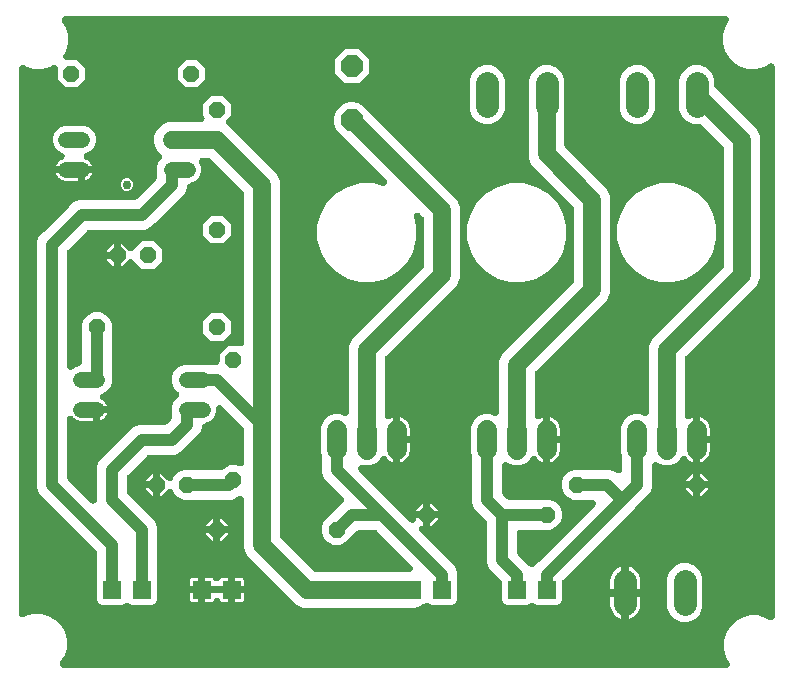
<source format=gbr>
G04 EAGLE Gerber RS-274X export*
G75*
%MOMM*%
%FSLAX34Y34*%
%LPD*%
%INBottom Copper*%
%IPPOS*%
%AMOC8*
5,1,8,0,0,1.08239X$1,22.5*%
G01*
%ADD10C,1.981200*%
%ADD11P,1.429621X8X202.500000*%
%ADD12C,1.320800*%
%ADD13C,1.676400*%
%ADD14P,1.429621X8X22.500000*%
%ADD15P,1.429621X8X292.500000*%
%ADD16P,2.061953X8X112.500000*%
%ADD17R,1.524000X1.524000*%
%ADD18C,1.000000*%
%ADD19C,1.016000*%
%ADD20C,0.756400*%
%ADD21C,1.500000*%

G36*
X609259Y10171D02*
X609259Y10171D01*
X609393Y10172D01*
X609505Y10191D01*
X609619Y10201D01*
X609748Y10233D01*
X609879Y10255D01*
X609987Y10292D01*
X610098Y10319D01*
X610220Y10372D01*
X610346Y10415D01*
X610446Y10469D01*
X610551Y10514D01*
X610663Y10585D01*
X610780Y10648D01*
X610871Y10718D01*
X610967Y10779D01*
X611066Y10868D01*
X611172Y10949D01*
X611250Y11032D01*
X611335Y11108D01*
X611419Y11211D01*
X611510Y11308D01*
X611573Y11403D01*
X611645Y11492D01*
X611711Y11607D01*
X611785Y11718D01*
X611832Y11821D01*
X611889Y11920D01*
X611935Y12045D01*
X611991Y12166D01*
X612021Y12276D01*
X612060Y12383D01*
X612086Y12513D01*
X612121Y12642D01*
X612133Y12755D01*
X612155Y12867D01*
X612159Y13000D01*
X612173Y13132D01*
X612167Y13246D01*
X612170Y13360D01*
X612153Y13492D01*
X612146Y13625D01*
X612121Y13736D01*
X612106Y13849D01*
X612068Y13977D01*
X612039Y14107D01*
X612005Y14184D01*
X611964Y14321D01*
X611792Y14671D01*
X611766Y14732D01*
X609014Y19498D01*
X607299Y25897D01*
X607299Y32523D01*
X609014Y38922D01*
X612326Y44659D01*
X617011Y49344D01*
X622748Y52656D01*
X629147Y54371D01*
X635773Y54371D01*
X642172Y52656D01*
X645468Y50753D01*
X645589Y50696D01*
X645704Y50630D01*
X645811Y50590D01*
X645914Y50541D01*
X646042Y50505D01*
X646167Y50458D01*
X646279Y50436D01*
X646388Y50405D01*
X646521Y50389D01*
X646651Y50364D01*
X646765Y50360D01*
X646878Y50347D01*
X647011Y50352D01*
X647144Y50348D01*
X647257Y50363D01*
X647371Y50368D01*
X647501Y50395D01*
X647633Y50413D01*
X647742Y50446D01*
X647854Y50469D01*
X647978Y50517D01*
X648106Y50555D01*
X648208Y50605D01*
X648314Y50646D01*
X648429Y50714D01*
X648549Y50772D01*
X648641Y50838D01*
X648740Y50896D01*
X648843Y50981D01*
X648951Y51058D01*
X649032Y51138D01*
X649120Y51210D01*
X649207Y51311D01*
X649302Y51404D01*
X649369Y51496D01*
X649444Y51582D01*
X649514Y51696D01*
X649592Y51803D01*
X649644Y51905D01*
X649704Y52002D01*
X649755Y52125D01*
X649815Y52243D01*
X649849Y52352D01*
X649893Y52457D01*
X649923Y52587D01*
X649963Y52714D01*
X649972Y52798D01*
X650005Y52938D01*
X650032Y53326D01*
X650039Y53392D01*
X650039Y518842D01*
X650028Y518974D01*
X650028Y519107D01*
X650009Y519220D01*
X649999Y519333D01*
X649967Y519463D01*
X649945Y519594D01*
X649908Y519701D01*
X649881Y519812D01*
X649828Y519935D01*
X649785Y520060D01*
X649731Y520161D01*
X649686Y520265D01*
X649615Y520378D01*
X649552Y520495D01*
X649482Y520586D01*
X649421Y520682D01*
X649332Y520781D01*
X649251Y520886D01*
X649168Y520964D01*
X649092Y521049D01*
X648989Y521133D01*
X648892Y521224D01*
X648797Y521288D01*
X648708Y521359D01*
X648593Y521425D01*
X648482Y521499D01*
X648379Y521547D01*
X648280Y521603D01*
X648155Y521650D01*
X648034Y521705D01*
X647924Y521735D01*
X647817Y521775D01*
X647687Y521800D01*
X647558Y521836D01*
X647445Y521848D01*
X647333Y521870D01*
X647200Y521874D01*
X647068Y521888D01*
X646954Y521881D01*
X646840Y521885D01*
X646708Y521868D01*
X646575Y521860D01*
X646464Y521835D01*
X646351Y521821D01*
X646223Y521782D01*
X646093Y521753D01*
X646016Y521720D01*
X645879Y521678D01*
X645529Y521507D01*
X645468Y521481D01*
X640902Y518844D01*
X634503Y517129D01*
X627877Y517129D01*
X621478Y518844D01*
X615741Y522156D01*
X611056Y526841D01*
X607744Y532578D01*
X606029Y538977D01*
X606029Y545603D01*
X607744Y552002D01*
X610790Y557278D01*
X610847Y557399D01*
X610913Y557514D01*
X610953Y557621D01*
X611002Y557724D01*
X611039Y557852D01*
X611085Y557977D01*
X611107Y558089D01*
X611138Y558198D01*
X611154Y558331D01*
X611180Y558461D01*
X611183Y558575D01*
X611197Y558688D01*
X611191Y558821D01*
X611195Y558954D01*
X611180Y559067D01*
X611175Y559181D01*
X611148Y559311D01*
X611130Y559443D01*
X611098Y559552D01*
X611074Y559664D01*
X611026Y559788D01*
X610988Y559916D01*
X610938Y560018D01*
X610897Y560124D01*
X610830Y560239D01*
X610771Y560359D01*
X610705Y560451D01*
X610648Y560550D01*
X610563Y560652D01*
X610486Y560761D01*
X610406Y560842D01*
X610333Y560930D01*
X610232Y561017D01*
X610139Y561112D01*
X610047Y561179D01*
X609961Y561254D01*
X609848Y561324D01*
X609740Y561402D01*
X609638Y561454D01*
X609541Y561514D01*
X609418Y561565D01*
X609300Y561625D01*
X609191Y561659D01*
X609086Y561703D01*
X608956Y561733D01*
X608829Y561773D01*
X608745Y561782D01*
X608605Y561815D01*
X608217Y561842D01*
X608151Y561849D01*
X49709Y561849D01*
X49576Y561839D01*
X49443Y561838D01*
X49330Y561819D01*
X49217Y561809D01*
X49088Y561777D01*
X48956Y561755D01*
X48849Y561718D01*
X48738Y561691D01*
X48616Y561638D01*
X48490Y561595D01*
X48389Y561541D01*
X48285Y561496D01*
X48172Y561425D01*
X48055Y561362D01*
X47965Y561292D01*
X47869Y561231D01*
X47769Y561142D01*
X47664Y561061D01*
X47586Y560978D01*
X47501Y560902D01*
X47417Y560799D01*
X47326Y560702D01*
X47262Y560607D01*
X47191Y560518D01*
X47125Y560403D01*
X47051Y560292D01*
X47003Y560189D01*
X46947Y560090D01*
X46900Y559965D01*
X46845Y559844D01*
X46815Y559734D01*
X46775Y559627D01*
X46750Y559497D01*
X46714Y559368D01*
X46702Y559255D01*
X46680Y559143D01*
X46676Y559010D01*
X46662Y558878D01*
X46669Y558764D01*
X46665Y558650D01*
X46682Y558518D01*
X46690Y558385D01*
X46715Y558274D01*
X46730Y558161D01*
X46768Y558033D01*
X46797Y557903D01*
X46830Y557827D01*
X46872Y557689D01*
X47043Y557339D01*
X47070Y557278D01*
X50116Y552002D01*
X51831Y545603D01*
X51831Y538977D01*
X50116Y532578D01*
X48198Y529256D01*
X48141Y529135D01*
X48075Y529020D01*
X48035Y528913D01*
X47986Y528810D01*
X47950Y528682D01*
X47903Y528557D01*
X47881Y528445D01*
X47850Y528336D01*
X47834Y528203D01*
X47809Y528073D01*
X47805Y527959D01*
X47792Y527846D01*
X47797Y527713D01*
X47793Y527580D01*
X47808Y527467D01*
X47813Y527353D01*
X47840Y527223D01*
X47858Y527091D01*
X47891Y526982D01*
X47914Y526870D01*
X47962Y526746D01*
X48000Y526618D01*
X48050Y526516D01*
X48091Y526410D01*
X48159Y526295D01*
X48217Y526175D01*
X48283Y526083D01*
X48341Y525984D01*
X48426Y525882D01*
X48503Y525773D01*
X48583Y525692D01*
X48655Y525604D01*
X48756Y525517D01*
X48849Y525422D01*
X48941Y525355D01*
X49027Y525280D01*
X49140Y525210D01*
X49248Y525132D01*
X49350Y525080D01*
X49447Y525020D01*
X49570Y524969D01*
X49688Y524909D01*
X49797Y524875D01*
X49902Y524831D01*
X50032Y524801D01*
X50159Y524761D01*
X50243Y524752D01*
X50383Y524719D01*
X50771Y524692D01*
X50837Y524685D01*
X59417Y524685D01*
X66215Y517887D01*
X66215Y508273D01*
X59417Y501475D01*
X49803Y501475D01*
X43005Y508273D01*
X43005Y517390D01*
X42994Y517523D01*
X42994Y517656D01*
X42975Y517768D01*
X42965Y517882D01*
X42933Y518011D01*
X42911Y518142D01*
X42874Y518250D01*
X42847Y518361D01*
X42794Y518483D01*
X42751Y518609D01*
X42697Y518709D01*
X42652Y518814D01*
X42581Y518926D01*
X42518Y519044D01*
X42448Y519134D01*
X42387Y519230D01*
X42298Y519329D01*
X42217Y519435D01*
X42134Y519513D01*
X42058Y519598D01*
X41955Y519682D01*
X41858Y519773D01*
X41763Y519836D01*
X41674Y519908D01*
X41559Y519974D01*
X41448Y520048D01*
X41345Y520096D01*
X41246Y520152D01*
X41121Y520198D01*
X41000Y520254D01*
X40890Y520284D01*
X40783Y520323D01*
X40653Y520349D01*
X40524Y520384D01*
X40411Y520396D01*
X40299Y520418D01*
X40166Y520422D01*
X40034Y520436D01*
X39920Y520430D01*
X39806Y520434D01*
X39674Y520416D01*
X39541Y520409D01*
X39430Y520384D01*
X39317Y520369D01*
X39189Y520331D01*
X39059Y520302D01*
X38982Y520268D01*
X38845Y520227D01*
X38494Y520055D01*
X38434Y520029D01*
X36382Y518844D01*
X29983Y517129D01*
X23357Y517129D01*
X16958Y518844D01*
X14732Y520130D01*
X14611Y520186D01*
X14496Y520252D01*
X14389Y520292D01*
X14286Y520341D01*
X14158Y520378D01*
X14033Y520424D01*
X13921Y520446D01*
X13812Y520477D01*
X13679Y520493D01*
X13549Y520519D01*
X13435Y520522D01*
X13322Y520536D01*
X13189Y520530D01*
X13056Y520534D01*
X12943Y520519D01*
X12829Y520514D01*
X12699Y520487D01*
X12567Y520470D01*
X12458Y520437D01*
X12346Y520413D01*
X12222Y520366D01*
X12094Y520327D01*
X11992Y520277D01*
X11886Y520236D01*
X11771Y520169D01*
X11651Y520110D01*
X11558Y520044D01*
X11460Y519987D01*
X11358Y519902D01*
X11249Y519825D01*
X11168Y519745D01*
X11080Y519672D01*
X10993Y519572D01*
X10898Y519478D01*
X10831Y519386D01*
X10756Y519300D01*
X10686Y519187D01*
X10608Y519079D01*
X10556Y518977D01*
X10496Y518881D01*
X10445Y518758D01*
X10385Y518639D01*
X10351Y518530D01*
X10307Y518425D01*
X10277Y518295D01*
X10237Y518168D01*
X10228Y518085D01*
X10195Y517945D01*
X10168Y517556D01*
X10161Y517491D01*
X10161Y56013D01*
X10172Y55880D01*
X10172Y55747D01*
X10191Y55635D01*
X10201Y55521D01*
X10233Y55392D01*
X10255Y55261D01*
X10292Y55153D01*
X10319Y55042D01*
X10372Y54920D01*
X10415Y54794D01*
X10469Y54694D01*
X10514Y54589D01*
X10585Y54476D01*
X10648Y54359D01*
X10718Y54269D01*
X10779Y54173D01*
X10868Y54074D01*
X10949Y53968D01*
X11032Y53890D01*
X11108Y53805D01*
X11211Y53721D01*
X11308Y53630D01*
X11403Y53566D01*
X11492Y53495D01*
X11607Y53429D01*
X11718Y53355D01*
X11821Y53307D01*
X11920Y53251D01*
X12045Y53205D01*
X12166Y53149D01*
X12276Y53119D01*
X12383Y53079D01*
X12513Y53054D01*
X12642Y53019D01*
X12755Y53006D01*
X12867Y52985D01*
X13000Y52980D01*
X13132Y52966D01*
X13246Y52973D01*
X13360Y52969D01*
X13492Y52987D01*
X13625Y52994D01*
X13736Y53019D01*
X13849Y53034D01*
X13977Y53072D01*
X14107Y53101D01*
X14184Y53135D01*
X14321Y53176D01*
X14671Y53347D01*
X14732Y53374D01*
X15688Y53926D01*
X22087Y55641D01*
X28713Y55641D01*
X35112Y53926D01*
X40849Y50614D01*
X45534Y45929D01*
X48846Y40192D01*
X50561Y33793D01*
X50561Y27167D01*
X48846Y20768D01*
X45361Y14732D01*
X45304Y14611D01*
X45238Y14496D01*
X45198Y14389D01*
X45149Y14286D01*
X45113Y14158D01*
X45066Y14033D01*
X45045Y13921D01*
X45013Y13812D01*
X44997Y13679D01*
X44972Y13549D01*
X44968Y13435D01*
X44955Y13322D01*
X44960Y13189D01*
X44956Y13056D01*
X44971Y12943D01*
X44976Y12829D01*
X45003Y12699D01*
X45021Y12567D01*
X45054Y12458D01*
X45077Y12346D01*
X45125Y12222D01*
X45163Y12094D01*
X45213Y11992D01*
X45254Y11886D01*
X45322Y11771D01*
X45380Y11651D01*
X45446Y11559D01*
X45504Y11460D01*
X45589Y11358D01*
X45666Y11249D01*
X45746Y11168D01*
X45818Y11080D01*
X45919Y10993D01*
X46012Y10898D01*
X46104Y10831D01*
X46190Y10756D01*
X46304Y10686D01*
X46411Y10608D01*
X46513Y10556D01*
X46610Y10496D01*
X46733Y10445D01*
X46852Y10385D01*
X46960Y10351D01*
X47066Y10307D01*
X47195Y10277D01*
X47322Y10237D01*
X47406Y10228D01*
X47546Y10195D01*
X47935Y10168D01*
X48000Y10161D01*
X609127Y10161D01*
X609259Y10171D01*
G37*
%LPC*%
G36*
X250992Y61079D02*
X250992Y61079D01*
X245435Y63381D01*
X203081Y105735D01*
X200779Y111292D01*
X200779Y152714D01*
X200776Y152752D01*
X200778Y152790D01*
X200756Y152998D01*
X200739Y153206D01*
X200730Y153243D01*
X200726Y153281D01*
X200671Y153482D01*
X200621Y153685D01*
X200606Y153720D01*
X200595Y153757D01*
X200508Y153946D01*
X200426Y154138D01*
X200406Y154170D01*
X200390Y154205D01*
X200273Y154378D01*
X200161Y154554D01*
X200136Y154583D01*
X200114Y154614D01*
X199972Y154766D01*
X199832Y154922D01*
X199803Y154946D01*
X199776Y154974D01*
X199611Y155101D01*
X199448Y155232D01*
X199415Y155251D01*
X199385Y155274D01*
X199201Y155373D01*
X199020Y155476D01*
X198984Y155489D01*
X198950Y155507D01*
X198753Y155575D01*
X198557Y155648D01*
X198520Y155655D01*
X198484Y155667D01*
X198278Y155702D01*
X198073Y155742D01*
X198035Y155743D01*
X197997Y155750D01*
X197788Y155751D01*
X197580Y155758D01*
X197542Y155753D01*
X197504Y155753D01*
X197297Y155720D01*
X197091Y155693D01*
X197054Y155682D01*
X197017Y155676D01*
X196819Y155611D01*
X196619Y155551D01*
X196584Y155534D01*
X196548Y155522D01*
X196363Y155426D01*
X196175Y155334D01*
X196144Y155312D01*
X196110Y155294D01*
X196038Y155236D01*
X195773Y155048D01*
X195651Y154927D01*
X195577Y154869D01*
X195109Y154401D01*
X190470Y152479D01*
X149890Y152479D01*
X147997Y153263D01*
X147987Y153266D01*
X147979Y153271D01*
X147752Y153342D01*
X147527Y153415D01*
X147525Y153415D01*
X147334Y153530D01*
X147213Y153579D01*
X147144Y153617D01*
X145251Y154401D01*
X141701Y157951D01*
X140917Y159844D01*
X140912Y159852D01*
X140909Y159862D01*
X140799Y160073D01*
X140692Y160283D01*
X140686Y160291D01*
X140681Y160299D01*
X140656Y160331D01*
X140399Y160680D01*
X140305Y160771D01*
X140256Y160832D01*
X140115Y160973D01*
X140057Y161022D01*
X140005Y161078D01*
X139869Y161182D01*
X139739Y161293D01*
X139674Y161332D01*
X139614Y161378D01*
X139463Y161459D01*
X139317Y161547D01*
X139246Y161576D01*
X139179Y161612D01*
X139017Y161667D01*
X138859Y161730D01*
X138784Y161747D01*
X138712Y161772D01*
X138544Y161800D01*
X138377Y161837D01*
X138301Y161841D01*
X138226Y161854D01*
X138055Y161855D01*
X137884Y161865D01*
X137809Y161857D01*
X137732Y161857D01*
X137563Y161831D01*
X137394Y161813D01*
X137321Y161792D01*
X137245Y161781D01*
X137083Y161727D01*
X136918Y161682D01*
X136849Y161650D01*
X136777Y161626D01*
X136625Y161547D01*
X136470Y161476D01*
X136407Y161434D01*
X136339Y161398D01*
X136257Y161333D01*
X136060Y161201D01*
X135888Y161039D01*
X135806Y160973D01*
X130788Y155955D01*
X130047Y155955D01*
X130047Y165100D01*
X130047Y174245D01*
X130788Y174245D01*
X135806Y169227D01*
X135864Y169177D01*
X135916Y169122D01*
X136051Y169018D01*
X136182Y168907D01*
X136247Y168868D01*
X136307Y168822D01*
X136458Y168741D01*
X136604Y168653D01*
X136675Y168624D01*
X136742Y168588D01*
X136904Y168533D01*
X137062Y168470D01*
X137137Y168453D01*
X137209Y168428D01*
X137377Y168400D01*
X137544Y168363D01*
X137620Y168359D01*
X137695Y168346D01*
X137866Y168345D01*
X138037Y168335D01*
X138112Y168343D01*
X138189Y168343D01*
X138357Y168369D01*
X138527Y168387D01*
X138600Y168408D01*
X138676Y168419D01*
X138838Y168473D01*
X139003Y168518D01*
X139072Y168550D01*
X139144Y168574D01*
X139296Y168653D01*
X139451Y168724D01*
X139515Y168766D01*
X139582Y168802D01*
X139664Y168867D01*
X139861Y168999D01*
X140033Y169161D01*
X140115Y169227D01*
X140256Y169368D01*
X140262Y169375D01*
X140270Y169381D01*
X140423Y169564D01*
X140576Y169744D01*
X140581Y169752D01*
X140587Y169759D01*
X140606Y169794D01*
X140830Y170166D01*
X140879Y170287D01*
X140917Y170356D01*
X141701Y172249D01*
X145251Y175799D01*
X147144Y176583D01*
X147153Y176588D01*
X147162Y176591D01*
X147373Y176701D01*
X147583Y176808D01*
X147584Y176810D01*
X147801Y176863D01*
X147921Y176915D01*
X147997Y176937D01*
X149890Y177721D01*
X181470Y177721D01*
X181584Y177730D01*
X181698Y177729D01*
X181830Y177750D01*
X181962Y177761D01*
X182073Y177788D01*
X182185Y177806D01*
X182312Y177847D01*
X182441Y177879D01*
X182546Y177924D01*
X182654Y177960D01*
X182772Y178022D01*
X182894Y178074D01*
X182990Y178135D01*
X183092Y178188D01*
X183165Y178247D01*
X183310Y178339D01*
X183552Y178555D01*
X183625Y178613D01*
X184621Y179609D01*
X186514Y180393D01*
X186523Y180398D01*
X186532Y180401D01*
X186743Y180511D01*
X186953Y180618D01*
X186954Y180620D01*
X187171Y180673D01*
X187291Y180725D01*
X187367Y180747D01*
X189260Y181531D01*
X194280Y181531D01*
X196173Y180747D01*
X196183Y180744D01*
X196191Y180739D01*
X196418Y180668D01*
X196643Y180595D01*
X196652Y180594D01*
X196662Y180591D01*
X196702Y180587D01*
X197131Y180522D01*
X197261Y180524D01*
X197339Y180515D01*
X197732Y180515D01*
X197808Y180521D01*
X197884Y180519D01*
X198053Y180541D01*
X198224Y180555D01*
X198298Y180573D01*
X198373Y180583D01*
X198537Y180632D01*
X198703Y180673D01*
X198772Y180703D01*
X198846Y180725D01*
X198999Y180801D01*
X199156Y180868D01*
X199220Y180909D01*
X199289Y180942D01*
X199428Y181041D01*
X199572Y181133D01*
X199629Y181184D01*
X199691Y181228D01*
X199812Y181348D01*
X199940Y181462D01*
X199988Y181521D01*
X200042Y181575D01*
X200143Y181713D01*
X200250Y181846D01*
X200287Y181912D01*
X200332Y181973D01*
X200409Y182126D01*
X200494Y182274D01*
X200520Y182346D01*
X200555Y182414D01*
X200606Y182577D01*
X200665Y182737D01*
X200680Y182812D01*
X200703Y182884D01*
X200715Y182989D01*
X200760Y183221D01*
X200767Y183457D01*
X200779Y183562D01*
X200779Y211910D01*
X200770Y212024D01*
X200771Y212138D01*
X200750Y212270D01*
X200739Y212402D01*
X200712Y212513D01*
X200694Y212625D01*
X200653Y212752D01*
X200621Y212881D01*
X200576Y212986D01*
X200540Y213094D01*
X200478Y213212D01*
X200426Y213334D01*
X200365Y213430D01*
X200312Y213532D01*
X200253Y213605D01*
X200161Y213750D01*
X199945Y213992D01*
X199887Y214065D01*
X182415Y231537D01*
X182386Y231561D01*
X182360Y231590D01*
X182198Y231721D01*
X182039Y231856D01*
X182006Y231876D01*
X181976Y231900D01*
X181796Y232003D01*
X181616Y232111D01*
X181581Y232125D01*
X181548Y232144D01*
X181352Y232217D01*
X181158Y232294D01*
X181121Y232302D01*
X181085Y232316D01*
X180880Y232356D01*
X180676Y232401D01*
X180638Y232403D01*
X180601Y232410D01*
X180393Y232417D01*
X180184Y232428D01*
X180146Y232424D01*
X180108Y232426D01*
X179901Y232398D01*
X179693Y232376D01*
X179657Y232366D01*
X179619Y232361D01*
X179419Y232301D01*
X179218Y232246D01*
X179183Y232230D01*
X179146Y232219D01*
X178959Y232127D01*
X178769Y232040D01*
X178737Y232019D01*
X178703Y232002D01*
X178534Y231881D01*
X178360Y231765D01*
X178332Y231738D01*
X178301Y231716D01*
X178153Y231570D01*
X178000Y231427D01*
X177977Y231396D01*
X177950Y231370D01*
X177827Y231201D01*
X177700Y231035D01*
X177682Y231002D01*
X177660Y230971D01*
X177566Y230785D01*
X177467Y230601D01*
X177454Y230564D01*
X177437Y230530D01*
X177375Y230332D01*
X177307Y230134D01*
X177301Y230096D01*
X177289Y230060D01*
X177279Y229968D01*
X177224Y229647D01*
X177223Y229475D01*
X177213Y229382D01*
X177213Y226292D01*
X175446Y222026D01*
X172182Y218762D01*
X167903Y216990D01*
X167747Y216969D01*
X167576Y216955D01*
X167502Y216937D01*
X167427Y216927D01*
X167263Y216878D01*
X167097Y216837D01*
X167028Y216807D01*
X166954Y216785D01*
X166801Y216709D01*
X166644Y216642D01*
X166580Y216601D01*
X166511Y216568D01*
X166372Y216469D01*
X166228Y216377D01*
X166171Y216326D01*
X166109Y216282D01*
X165988Y216162D01*
X165860Y216048D01*
X165812Y215989D01*
X165758Y215935D01*
X165657Y215797D01*
X165550Y215664D01*
X165513Y215598D01*
X165468Y215537D01*
X165391Y215384D01*
X165306Y215236D01*
X165280Y215164D01*
X165245Y215096D01*
X165194Y214933D01*
X165135Y214773D01*
X165120Y214698D01*
X165097Y214626D01*
X165085Y214521D01*
X165040Y214289D01*
X165033Y214053D01*
X165021Y213948D01*
X165021Y213390D01*
X163099Y208751D01*
X146849Y192501D01*
X142210Y190579D01*
X120790Y190579D01*
X120676Y190570D01*
X120562Y190571D01*
X120430Y190550D01*
X120298Y190539D01*
X120187Y190512D01*
X120075Y190494D01*
X119948Y190453D01*
X119819Y190421D01*
X119714Y190376D01*
X119606Y190340D01*
X119488Y190278D01*
X119366Y190226D01*
X119270Y190165D01*
X119168Y190112D01*
X119095Y190053D01*
X118950Y189961D01*
X118708Y189745D01*
X118635Y189687D01*
X102413Y173465D01*
X102339Y173378D01*
X102258Y173298D01*
X102180Y173190D01*
X102094Y173089D01*
X102035Y172991D01*
X101968Y172899D01*
X101908Y172780D01*
X101839Y172666D01*
X101797Y172560D01*
X101745Y172458D01*
X101705Y172332D01*
X101656Y172208D01*
X101631Y172097D01*
X101597Y171988D01*
X101587Y171894D01*
X101549Y171727D01*
X101531Y171402D01*
X101521Y171310D01*
X101521Y158890D01*
X101530Y158776D01*
X101529Y158662D01*
X101550Y158530D01*
X101561Y158398D01*
X101588Y158287D01*
X101606Y158175D01*
X101647Y158048D01*
X101679Y157919D01*
X101724Y157814D01*
X101760Y157706D01*
X101822Y157588D01*
X101874Y157466D01*
X101935Y157370D01*
X101988Y157268D01*
X102047Y157195D01*
X102139Y157050D01*
X102355Y156808D01*
X102413Y156735D01*
X124999Y134149D01*
X126921Y129510D01*
X126921Y67585D01*
X126159Y65747D01*
X124753Y64341D01*
X122915Y63579D01*
X105685Y63579D01*
X103847Y64341D01*
X103755Y64433D01*
X103697Y64482D01*
X103644Y64538D01*
X103509Y64642D01*
X103379Y64753D01*
X103314Y64792D01*
X103253Y64838D01*
X103103Y64919D01*
X102956Y65007D01*
X102885Y65036D01*
X102818Y65072D01*
X102657Y65127D01*
X102498Y65190D01*
X102424Y65207D01*
X102352Y65232D01*
X102183Y65260D01*
X102016Y65297D01*
X101940Y65301D01*
X101865Y65314D01*
X101695Y65315D01*
X101524Y65325D01*
X101448Y65317D01*
X101372Y65317D01*
X101203Y65291D01*
X101033Y65273D01*
X100960Y65252D01*
X100885Y65240D01*
X100722Y65187D01*
X100558Y65142D01*
X100488Y65110D01*
X100416Y65086D01*
X100265Y65007D01*
X100109Y64936D01*
X100046Y64893D01*
X99978Y64858D01*
X99896Y64793D01*
X99700Y64661D01*
X99527Y64499D01*
X99445Y64433D01*
X99353Y64341D01*
X97515Y63579D01*
X80285Y63579D01*
X78447Y64341D01*
X77041Y65747D01*
X76279Y67585D01*
X76279Y107810D01*
X76270Y107924D01*
X76271Y108038D01*
X76250Y108170D01*
X76239Y108302D01*
X76212Y108413D01*
X76194Y108526D01*
X76153Y108652D01*
X76121Y108781D01*
X76076Y108886D01*
X76040Y108994D01*
X75978Y109112D01*
X75926Y109234D01*
X75865Y109330D01*
X75812Y109432D01*
X75753Y109505D01*
X75661Y109650D01*
X75445Y109892D01*
X75387Y109965D01*
X31380Y153972D01*
X27401Y157951D01*
X25479Y162590D01*
X25479Y370810D01*
X27401Y375449D01*
X31379Y379428D01*
X31380Y379428D01*
X52372Y400420D01*
X52372Y400421D01*
X56351Y404399D01*
X60990Y406321D01*
X107810Y406321D01*
X107924Y406330D01*
X108038Y406329D01*
X108170Y406350D01*
X108302Y406361D01*
X108413Y406388D01*
X108526Y406406D01*
X108652Y406447D01*
X108781Y406479D01*
X108886Y406524D01*
X108994Y406560D01*
X109112Y406622D01*
X109234Y406674D01*
X109330Y406735D01*
X109432Y406788D01*
X109505Y406847D01*
X109650Y406939D01*
X109892Y407155D01*
X109965Y407213D01*
X126187Y423435D01*
X126261Y423522D01*
X126342Y423602D01*
X126420Y423710D01*
X126506Y423811D01*
X126565Y423909D01*
X126632Y424001D01*
X126692Y424120D01*
X126761Y424234D01*
X126803Y424340D01*
X126855Y424442D01*
X126895Y424568D01*
X126944Y424692D01*
X126969Y424803D01*
X127003Y424912D01*
X127013Y425006D01*
X127051Y425173D01*
X127069Y425497D01*
X127079Y425590D01*
X127079Y434310D01*
X129001Y438949D01*
X130629Y440577D01*
X130678Y440636D01*
X130734Y440688D01*
X130838Y440823D01*
X130949Y440953D01*
X130988Y441019D01*
X131034Y441079D01*
X131115Y441230D01*
X131203Y441376D01*
X131231Y441447D01*
X131267Y441514D01*
X131323Y441676D01*
X131386Y441834D01*
X131403Y441908D01*
X131427Y441981D01*
X131456Y442149D01*
X131493Y442316D01*
X131497Y442392D01*
X131510Y442467D01*
X131511Y442638D01*
X131521Y442808D01*
X131513Y442884D01*
X131513Y442960D01*
X131487Y443129D01*
X131468Y443299D01*
X131448Y443372D01*
X131436Y443448D01*
X131383Y443610D01*
X131338Y443775D01*
X131306Y443844D01*
X131282Y443916D01*
X131203Y444068D01*
X131132Y444223D01*
X131090Y444286D01*
X131054Y444354D01*
X130989Y444436D01*
X130857Y444632D01*
X130695Y444805D01*
X130629Y444887D01*
X126881Y448635D01*
X124579Y454192D01*
X124579Y460208D01*
X126881Y465765D01*
X131135Y470019D01*
X136692Y472321D01*
X164311Y472321D01*
X164349Y472324D01*
X164387Y472322D01*
X164595Y472344D01*
X164803Y472361D01*
X164840Y472370D01*
X164878Y472374D01*
X165079Y472429D01*
X165282Y472479D01*
X165317Y472494D01*
X165353Y472505D01*
X165543Y472591D01*
X165735Y472674D01*
X165767Y472694D01*
X165802Y472710D01*
X165975Y472827D01*
X166151Y472939D01*
X166179Y472964D01*
X166211Y472986D01*
X166363Y473129D01*
X166519Y473268D01*
X166543Y473297D01*
X166571Y473324D01*
X166698Y473489D01*
X166829Y473652D01*
X166848Y473685D01*
X166871Y473715D01*
X166970Y473899D01*
X167073Y474080D01*
X167086Y474116D01*
X167104Y474150D01*
X167172Y474347D01*
X167244Y474543D01*
X167252Y474580D01*
X167264Y474616D01*
X167299Y474822D01*
X167339Y475027D01*
X167340Y475065D01*
X167347Y475103D01*
X167348Y475312D01*
X167354Y475520D01*
X167349Y475558D01*
X167350Y475596D01*
X167317Y475803D01*
X167290Y476009D01*
X167279Y476046D01*
X167273Y476083D01*
X167208Y476281D01*
X167148Y476481D01*
X167131Y476516D01*
X167119Y476552D01*
X167023Y476737D01*
X166931Y476925D01*
X166909Y476956D01*
X166891Y476990D01*
X166833Y477062D01*
X166645Y477327D01*
X166524Y477449D01*
X166466Y477523D01*
X166195Y477793D01*
X166195Y487407D01*
X172993Y494205D01*
X182607Y494205D01*
X189405Y487407D01*
X189405Y477793D01*
X186152Y474541D01*
X186103Y474483D01*
X186048Y474431D01*
X185944Y474295D01*
X185833Y474165D01*
X185794Y474100D01*
X185747Y474039D01*
X185667Y473889D01*
X185578Y473742D01*
X185550Y473672D01*
X185514Y473605D01*
X185459Y473443D01*
X185395Y473284D01*
X185379Y473210D01*
X185354Y473138D01*
X185325Y472969D01*
X185289Y472803D01*
X185284Y472727D01*
X185272Y472652D01*
X185270Y472481D01*
X185261Y472310D01*
X185269Y472234D01*
X185268Y472158D01*
X185295Y471989D01*
X185313Y471820D01*
X185333Y471746D01*
X185345Y471671D01*
X185399Y471508D01*
X185444Y471344D01*
X185476Y471275D01*
X185499Y471202D01*
X185578Y471051D01*
X185649Y470895D01*
X185692Y470832D01*
X185727Y470765D01*
X185793Y470682D01*
X185925Y470486D01*
X186087Y470314D01*
X186152Y470231D01*
X228719Y427665D01*
X231021Y422108D01*
X231021Y121825D01*
X231030Y121712D01*
X231029Y121597D01*
X231050Y121466D01*
X231061Y121334D01*
X231088Y121223D01*
X231106Y121110D01*
X231147Y120984D01*
X231179Y120855D01*
X231224Y120750D01*
X231260Y120641D01*
X231322Y120524D01*
X231374Y120401D01*
X231435Y120305D01*
X231488Y120204D01*
X231547Y120130D01*
X231639Y119985D01*
X231855Y119743D01*
X231913Y119671D01*
X259371Y92213D01*
X259458Y92139D01*
X259538Y92058D01*
X259645Y91980D01*
X259747Y91894D01*
X259845Y91835D01*
X259937Y91768D01*
X260055Y91708D01*
X260169Y91639D01*
X260275Y91597D01*
X260377Y91545D01*
X260504Y91505D01*
X260627Y91456D01*
X260739Y91431D01*
X260848Y91397D01*
X260941Y91387D01*
X261109Y91349D01*
X261433Y91331D01*
X261525Y91321D01*
X340674Y91321D01*
X340712Y91324D01*
X340750Y91322D01*
X340958Y91344D01*
X341166Y91361D01*
X341203Y91370D01*
X341241Y91374D01*
X341442Y91429D01*
X341645Y91479D01*
X341680Y91494D01*
X341717Y91505D01*
X341907Y91592D01*
X342098Y91674D01*
X342130Y91694D01*
X342165Y91710D01*
X342338Y91827D01*
X342514Y91939D01*
X342543Y91964D01*
X342574Y91986D01*
X342726Y92129D01*
X342882Y92268D01*
X342906Y92297D01*
X342934Y92323D01*
X343061Y92489D01*
X343192Y92652D01*
X343211Y92685D01*
X343234Y92715D01*
X343333Y92899D01*
X343436Y93080D01*
X343449Y93116D01*
X343467Y93150D01*
X343535Y93347D01*
X343608Y93543D01*
X343615Y93580D01*
X343627Y93616D01*
X343662Y93823D01*
X343702Y94027D01*
X343703Y94065D01*
X343710Y94103D01*
X343711Y94312D01*
X343718Y94520D01*
X343713Y94558D01*
X343713Y94596D01*
X343680Y94803D01*
X343653Y95009D01*
X343642Y95046D01*
X343636Y95083D01*
X343571Y95281D01*
X343511Y95481D01*
X343494Y95516D01*
X343482Y95552D01*
X343385Y95737D01*
X343294Y95925D01*
X343272Y95956D01*
X343254Y95990D01*
X343196Y96062D01*
X343008Y96327D01*
X342887Y96449D01*
X342829Y96523D01*
X313165Y126187D01*
X313078Y126261D01*
X312998Y126342D01*
X312890Y126420D01*
X312789Y126506D01*
X312691Y126565D01*
X312599Y126632D01*
X312480Y126692D01*
X312366Y126761D01*
X312260Y126803D01*
X312158Y126855D01*
X312032Y126895D01*
X311908Y126944D01*
X311797Y126969D01*
X311688Y127003D01*
X311594Y127013D01*
X311427Y127051D01*
X311102Y127069D01*
X311010Y127079D01*
X298703Y127079D01*
X298589Y127070D01*
X298475Y127071D01*
X298344Y127050D01*
X298211Y127039D01*
X298101Y127012D01*
X297988Y126994D01*
X297861Y126953D01*
X297732Y126921D01*
X297628Y126876D01*
X297519Y126840D01*
X297401Y126778D01*
X297279Y126726D01*
X297183Y126665D01*
X297081Y126612D01*
X297008Y126553D01*
X296863Y126461D01*
X296621Y126245D01*
X296548Y126187D01*
X286594Y116233D01*
X284508Y115369D01*
X284500Y115364D01*
X284490Y115361D01*
X284290Y115257D01*
X284208Y115237D01*
X284088Y115185D01*
X284012Y115163D01*
X281926Y114299D01*
X276874Y114299D01*
X274788Y115163D01*
X274778Y115166D01*
X274770Y115171D01*
X274554Y115239D01*
X274482Y115282D01*
X274360Y115331D01*
X274292Y115369D01*
X272206Y116233D01*
X268633Y119806D01*
X267769Y121892D01*
X267764Y121900D01*
X267761Y121910D01*
X267657Y122110D01*
X267637Y122192D01*
X267585Y122312D01*
X267563Y122388D01*
X266699Y124474D01*
X266699Y129526D01*
X267563Y131612D01*
X267566Y131622D01*
X267571Y131630D01*
X267639Y131846D01*
X267682Y131918D01*
X267731Y132040D01*
X267769Y132108D01*
X268633Y134194D01*
X284740Y150302D01*
X284790Y150360D01*
X284845Y150412D01*
X284949Y150548D01*
X285060Y150678D01*
X285099Y150743D01*
X285145Y150803D01*
X285226Y150954D01*
X285314Y151100D01*
X285343Y151171D01*
X285379Y151238D01*
X285434Y151400D01*
X285497Y151558D01*
X285514Y151633D01*
X285539Y151705D01*
X285567Y151874D01*
X285604Y152040D01*
X285609Y152116D01*
X285621Y152191D01*
X285622Y152362D01*
X285632Y152533D01*
X285624Y152608D01*
X285624Y152685D01*
X285598Y152854D01*
X285580Y153023D01*
X285560Y153097D01*
X285548Y153172D01*
X285494Y153334D01*
X285449Y153499D01*
X285417Y153568D01*
X285393Y153641D01*
X285315Y153792D01*
X285243Y153947D01*
X285201Y154011D01*
X285166Y154078D01*
X285100Y154160D01*
X284968Y154357D01*
X284806Y154529D01*
X284740Y154611D01*
X272680Y166672D01*
X268701Y170651D01*
X266779Y175290D01*
X266779Y189710D01*
X266778Y189720D01*
X266779Y189730D01*
X266759Y189965D01*
X266739Y190202D01*
X266737Y190211D01*
X266736Y190221D01*
X266725Y190259D01*
X266621Y190681D01*
X266569Y190801D01*
X266547Y190876D01*
X266017Y192156D01*
X266017Y214244D01*
X268055Y219163D01*
X271819Y222927D01*
X276738Y224965D01*
X282062Y224965D01*
X285466Y223555D01*
X285637Y223500D01*
X285807Y223437D01*
X285872Y223424D01*
X285935Y223404D01*
X286114Y223377D01*
X286291Y223342D01*
X286357Y223340D01*
X286423Y223330D01*
X286604Y223332D01*
X286784Y223327D01*
X286850Y223335D01*
X286917Y223336D01*
X287094Y223367D01*
X287273Y223391D01*
X287337Y223410D01*
X287402Y223422D01*
X287572Y223481D01*
X287746Y223534D01*
X287805Y223563D01*
X287868Y223585D01*
X288026Y223671D01*
X288189Y223750D01*
X288243Y223789D01*
X288301Y223821D01*
X288444Y223931D01*
X288591Y224036D01*
X288638Y224083D01*
X288691Y224123D01*
X288814Y224256D01*
X288942Y224383D01*
X288981Y224436D01*
X289026Y224485D01*
X289126Y224636D01*
X289232Y224781D01*
X289262Y224841D01*
X289299Y224896D01*
X289373Y225061D01*
X289455Y225222D01*
X289475Y225285D01*
X289502Y225346D01*
X289549Y225520D01*
X289603Y225692D01*
X289609Y225745D01*
X289630Y225822D01*
X289679Y226313D01*
X289677Y226347D01*
X289679Y226370D01*
X289679Y282408D01*
X291981Y287965D01*
X352287Y348271D01*
X352361Y348358D01*
X352442Y348438D01*
X352520Y348545D01*
X352606Y348647D01*
X352665Y348745D01*
X352732Y348837D01*
X352792Y348955D01*
X352861Y349069D01*
X352903Y349175D01*
X352955Y349277D01*
X352995Y349404D01*
X353044Y349527D01*
X353069Y349639D01*
X353103Y349748D01*
X353113Y349841D01*
X353151Y350009D01*
X353169Y350333D01*
X353179Y350425D01*
X353179Y389985D01*
X353170Y390098D01*
X353171Y390213D01*
X353150Y390344D01*
X353139Y390476D01*
X353112Y390587D01*
X353094Y390700D01*
X353053Y390826D01*
X353021Y390955D01*
X352976Y391060D01*
X352940Y391169D01*
X352878Y391286D01*
X352826Y391409D01*
X352765Y391505D01*
X352712Y391606D01*
X352653Y391680D01*
X352561Y391825D01*
X352345Y392067D01*
X352287Y392139D01*
X349724Y394702D01*
X349579Y394825D01*
X349439Y394953D01*
X349392Y394985D01*
X349348Y395022D01*
X349185Y395120D01*
X349026Y395224D01*
X348974Y395247D01*
X348925Y395276D01*
X348749Y395347D01*
X348576Y395424D01*
X348520Y395438D01*
X348467Y395459D01*
X348282Y395500D01*
X348098Y395548D01*
X348042Y395554D01*
X347986Y395566D01*
X347796Y395577D01*
X347607Y395594D01*
X347550Y395590D01*
X347493Y395594D01*
X347304Y395574D01*
X347115Y395561D01*
X347059Y395548D01*
X347003Y395541D01*
X346819Y395491D01*
X346635Y395448D01*
X346582Y395426D01*
X346527Y395411D01*
X346354Y395332D01*
X346179Y395259D01*
X346130Y395229D01*
X346078Y395205D01*
X345921Y395099D01*
X345759Y394999D01*
X345716Y394962D01*
X345669Y394930D01*
X345531Y394800D01*
X345388Y394675D01*
X345351Y394631D01*
X345310Y394592D01*
X345194Y394441D01*
X345073Y394295D01*
X345044Y394246D01*
X345009Y394200D01*
X344919Y394033D01*
X344824Y393869D01*
X344803Y393816D01*
X344776Y393766D01*
X344714Y393586D01*
X344646Y393409D01*
X344635Y393353D01*
X344616Y393299D01*
X344584Y393112D01*
X344546Y392926D01*
X344543Y392869D01*
X344534Y392813D01*
X344532Y392622D01*
X344524Y392433D01*
X344531Y392388D01*
X344530Y392319D01*
X344607Y391832D01*
X344621Y391789D01*
X344626Y391759D01*
X346711Y383978D01*
X346711Y372942D01*
X343855Y362283D01*
X338337Y352726D01*
X330534Y344923D01*
X320977Y339405D01*
X310318Y336549D01*
X299282Y336549D01*
X288623Y339405D01*
X279066Y344923D01*
X271263Y352726D01*
X265745Y362283D01*
X262889Y372942D01*
X262889Y383978D01*
X265745Y394637D01*
X271263Y404194D01*
X279066Y411997D01*
X288623Y417515D01*
X299282Y420371D01*
X310318Y420371D01*
X318099Y418286D01*
X318285Y418252D01*
X318471Y418211D01*
X318528Y418207D01*
X318584Y418197D01*
X318774Y418194D01*
X318963Y418183D01*
X319020Y418189D01*
X319077Y418188D01*
X319266Y418215D01*
X319454Y418235D01*
X319509Y418250D01*
X319566Y418258D01*
X319747Y418315D01*
X319930Y418366D01*
X319982Y418390D01*
X320036Y418407D01*
X320205Y418492D01*
X320378Y418571D01*
X320425Y418603D01*
X320476Y418629D01*
X320630Y418741D01*
X320787Y418847D01*
X320829Y418886D01*
X320875Y418920D01*
X321008Y419055D01*
X321147Y419185D01*
X321182Y419230D01*
X321222Y419271D01*
X321332Y419425D01*
X321447Y419576D01*
X321474Y419626D01*
X321507Y419673D01*
X321591Y419844D01*
X321680Y420011D01*
X321699Y420065D01*
X321724Y420116D01*
X321779Y420298D01*
X321840Y420478D01*
X321850Y420534D01*
X321867Y420588D01*
X321891Y420777D01*
X321923Y420964D01*
X321923Y421021D01*
X321931Y421078D01*
X321925Y421267D01*
X321926Y421457D01*
X321917Y421514D01*
X321915Y421571D01*
X321879Y421757D01*
X321849Y421945D01*
X321832Y421999D01*
X321821Y422055D01*
X321755Y422232D01*
X321695Y422413D01*
X321669Y422464D01*
X321649Y422517D01*
X321555Y422682D01*
X321467Y422851D01*
X321439Y422887D01*
X321405Y422946D01*
X321095Y423330D01*
X321061Y423360D01*
X321042Y423384D01*
X279281Y465145D01*
X278918Y466021D01*
X278914Y466030D01*
X278911Y466039D01*
X278801Y466249D01*
X278693Y466460D01*
X278687Y466468D01*
X278683Y466477D01*
X278658Y466508D01*
X278400Y466857D01*
X278307Y466948D01*
X278258Y467010D01*
X277574Y467693D01*
X277574Y468660D01*
X277573Y468669D01*
X277574Y468679D01*
X277554Y468915D01*
X277534Y469151D01*
X277532Y469161D01*
X277531Y469170D01*
X277520Y469209D01*
X277416Y469630D01*
X277364Y469750D01*
X277342Y469826D01*
X276979Y470702D01*
X276979Y476718D01*
X277342Y477594D01*
X277345Y477603D01*
X277350Y477612D01*
X277421Y477839D01*
X277494Y478064D01*
X277495Y478073D01*
X277498Y478083D01*
X277502Y478123D01*
X277567Y478552D01*
X277565Y478682D01*
X277574Y478760D01*
X277574Y479727D01*
X278258Y480410D01*
X278264Y480418D01*
X278271Y480424D01*
X278424Y480606D01*
X278577Y480786D01*
X278582Y480794D01*
X278588Y480802D01*
X278608Y480837D01*
X278832Y481209D01*
X278880Y481330D01*
X278918Y481399D01*
X279281Y482275D01*
X283535Y486529D01*
X284411Y486892D01*
X284420Y486896D01*
X284429Y486899D01*
X284639Y487009D01*
X284850Y487117D01*
X284858Y487123D01*
X284867Y487127D01*
X284898Y487152D01*
X285247Y487410D01*
X285338Y487503D01*
X285400Y487552D01*
X286083Y488236D01*
X287050Y488236D01*
X287059Y488237D01*
X287069Y488236D01*
X287305Y488256D01*
X287541Y488276D01*
X287551Y488278D01*
X287560Y488279D01*
X287599Y488290D01*
X288020Y488394D01*
X288140Y488446D01*
X288216Y488468D01*
X289092Y488831D01*
X295108Y488831D01*
X295984Y488468D01*
X295993Y488465D01*
X296002Y488460D01*
X296229Y488389D01*
X296454Y488316D01*
X296463Y488315D01*
X296473Y488312D01*
X296513Y488308D01*
X296942Y488243D01*
X297072Y488245D01*
X297150Y488236D01*
X298117Y488236D01*
X298800Y487552D01*
X298808Y487546D01*
X298814Y487539D01*
X298996Y487386D01*
X299176Y487233D01*
X299184Y487228D01*
X299192Y487222D01*
X299227Y487202D01*
X299599Y486978D01*
X299720Y486930D01*
X299789Y486892D01*
X300665Y486529D01*
X381119Y406075D01*
X383421Y400518D01*
X383421Y339892D01*
X381119Y334335D01*
X320813Y274029D01*
X320739Y273942D01*
X320658Y273862D01*
X320580Y273755D01*
X320494Y273653D01*
X320435Y273555D01*
X320368Y273463D01*
X320308Y273345D01*
X320239Y273231D01*
X320197Y273125D01*
X320145Y273023D01*
X320105Y272896D01*
X320056Y272773D01*
X320031Y272661D01*
X319997Y272552D01*
X319987Y272459D01*
X319949Y272291D01*
X319931Y271967D01*
X319921Y271875D01*
X319921Y223576D01*
X319925Y223523D01*
X319923Y223470D01*
X319945Y223277D01*
X319961Y223084D01*
X319973Y223033D01*
X319980Y222979D01*
X320033Y222793D01*
X320079Y222605D01*
X320100Y222556D01*
X320115Y222505D01*
X320197Y222330D01*
X320274Y222152D01*
X320303Y222107D01*
X320325Y222059D01*
X320435Y221899D01*
X320539Y221736D01*
X320574Y221696D01*
X320605Y221652D01*
X320739Y221512D01*
X320868Y221368D01*
X320909Y221335D01*
X320946Y221296D01*
X321101Y221180D01*
X321252Y221058D01*
X321298Y221032D01*
X321341Y221000D01*
X321512Y220910D01*
X321680Y220814D01*
X321730Y220796D01*
X321778Y220771D01*
X321961Y220710D01*
X322143Y220643D01*
X322195Y220632D01*
X322246Y220616D01*
X322437Y220585D01*
X322627Y220548D01*
X322680Y220546D01*
X322733Y220538D01*
X322927Y220539D01*
X323120Y220533D01*
X323173Y220539D01*
X323226Y220540D01*
X323418Y220572D01*
X323609Y220597D01*
X323660Y220612D01*
X323713Y220621D01*
X323809Y220657D01*
X324081Y220739D01*
X324258Y220826D01*
X324351Y220861D01*
X326007Y221705D01*
X327153Y222077D01*
X327153Y203200D01*
X327153Y184323D01*
X326007Y184695D01*
X324475Y185476D01*
X323084Y186487D01*
X321869Y187702D01*
X321544Y188148D01*
X321432Y188280D01*
X321326Y188416D01*
X321271Y188466D01*
X321223Y188523D01*
X321091Y188634D01*
X320964Y188752D01*
X320902Y188793D01*
X320846Y188840D01*
X320697Y188929D01*
X320553Y189024D01*
X320485Y189055D01*
X320422Y189093D01*
X320261Y189156D01*
X320103Y189227D01*
X320032Y189247D01*
X319963Y189274D01*
X319794Y189310D01*
X319627Y189355D01*
X319553Y189362D01*
X319481Y189378D01*
X319308Y189387D01*
X319136Y189404D01*
X319062Y189399D01*
X318988Y189403D01*
X318816Y189384D01*
X318643Y189373D01*
X318571Y189357D01*
X318498Y189349D01*
X318331Y189302D01*
X318163Y189263D01*
X318094Y189236D01*
X318023Y189216D01*
X317866Y189143D01*
X317706Y189077D01*
X317642Y189039D01*
X317575Y189008D01*
X317432Y188911D01*
X317285Y188820D01*
X317228Y188772D01*
X317167Y188730D01*
X317042Y188611D01*
X316911Y188498D01*
X316863Y188442D01*
X316809Y188391D01*
X316705Y188253D01*
X316594Y188120D01*
X316566Y188070D01*
X316511Y187998D01*
X316280Y187562D01*
X316272Y187539D01*
X316264Y187523D01*
X316145Y187237D01*
X312381Y183473D01*
X307462Y181435D01*
X302138Y181435D01*
X301739Y181601D01*
X301603Y181644D01*
X301471Y181697D01*
X301369Y181720D01*
X301269Y181752D01*
X301128Y181773D01*
X300989Y181804D01*
X300885Y181810D01*
X300781Y181826D01*
X300639Y181824D01*
X300496Y181832D01*
X300392Y181821D01*
X300288Y181819D01*
X300147Y181795D01*
X300006Y181780D01*
X299905Y181752D01*
X299802Y181734D01*
X299668Y181687D01*
X299530Y181649D01*
X299435Y181605D01*
X299336Y181571D01*
X299211Y181503D01*
X299082Y181443D01*
X298995Y181385D01*
X298903Y181335D01*
X298790Y181247D01*
X298672Y181168D01*
X298596Y181096D01*
X298514Y181032D01*
X298417Y180927D01*
X298313Y180830D01*
X298249Y180747D01*
X298178Y180670D01*
X298099Y180552D01*
X298013Y180439D01*
X297963Y180346D01*
X297905Y180259D01*
X297847Y180129D01*
X297779Y180004D01*
X297745Y179905D01*
X297702Y179810D01*
X297666Y179672D01*
X297619Y179537D01*
X297602Y179434D01*
X297575Y179333D01*
X297561Y179192D01*
X297537Y179051D01*
X297536Y178946D01*
X297526Y178842D01*
X297535Y178700D01*
X297534Y178557D01*
X297550Y178454D01*
X297556Y178350D01*
X297588Y178211D01*
X297610Y178070D01*
X297643Y177971D01*
X297666Y177869D01*
X297720Y177737D01*
X297765Y177601D01*
X297813Y177509D01*
X297852Y177412D01*
X297927Y177290D01*
X297992Y177164D01*
X298041Y177103D01*
X298110Y176991D01*
X298393Y176661D01*
X298418Y176631D01*
X324220Y150828D01*
X328628Y146421D01*
X328628Y146420D01*
X341253Y133795D01*
X341282Y133771D01*
X341308Y133742D01*
X341470Y133611D01*
X341629Y133476D01*
X341662Y133456D01*
X341692Y133432D01*
X341872Y133329D01*
X342052Y133221D01*
X342087Y133207D01*
X342120Y133188D01*
X342316Y133115D01*
X342510Y133038D01*
X342547Y133030D01*
X342583Y133016D01*
X342788Y132976D01*
X342992Y132931D01*
X343030Y132929D01*
X343067Y132922D01*
X343275Y132915D01*
X343484Y132904D01*
X343522Y132908D01*
X343560Y132906D01*
X343767Y132934D01*
X343975Y132956D01*
X344011Y132966D01*
X344049Y132971D01*
X344249Y133031D01*
X344450Y133086D01*
X344485Y133102D01*
X344522Y133113D01*
X344709Y133205D01*
X344899Y133292D01*
X344931Y133313D01*
X344965Y133330D01*
X345135Y133451D01*
X345308Y133568D01*
X345336Y133594D01*
X345367Y133616D01*
X345516Y133762D01*
X345668Y133905D01*
X345691Y133936D01*
X345718Y133962D01*
X345841Y134131D01*
X345968Y134297D01*
X345986Y134330D01*
X346008Y134361D01*
X346102Y134547D01*
X346201Y134731D01*
X346213Y134768D01*
X346231Y134802D01*
X346293Y135001D01*
X346361Y135198D01*
X346367Y135236D01*
X346379Y135272D01*
X346389Y135364D01*
X346444Y135685D01*
X346445Y135857D01*
X346455Y135950D01*
X346455Y136653D01*
X352553Y136653D01*
X352553Y130555D01*
X351850Y130555D01*
X351812Y130552D01*
X351774Y130554D01*
X351566Y130532D01*
X351358Y130515D01*
X351321Y130506D01*
X351283Y130502D01*
X351082Y130447D01*
X350879Y130397D01*
X350844Y130382D01*
X350807Y130371D01*
X350617Y130284D01*
X350426Y130202D01*
X350394Y130182D01*
X350359Y130166D01*
X350186Y130049D01*
X350010Y129937D01*
X349981Y129912D01*
X349950Y129890D01*
X349798Y129748D01*
X349642Y129608D01*
X349618Y129579D01*
X349590Y129553D01*
X349463Y129387D01*
X349332Y129225D01*
X349313Y129191D01*
X349290Y129161D01*
X349191Y128977D01*
X349088Y128796D01*
X349075Y128760D01*
X349057Y128726D01*
X348989Y128529D01*
X348916Y128333D01*
X348909Y128296D01*
X348897Y128260D01*
X348862Y128053D01*
X348822Y127849D01*
X348821Y127811D01*
X348814Y127773D01*
X348813Y127564D01*
X348806Y127356D01*
X348811Y127318D01*
X348811Y127280D01*
X348844Y127074D01*
X348871Y126867D01*
X348882Y126830D01*
X348888Y126793D01*
X348953Y126594D01*
X349013Y126395D01*
X349030Y126360D01*
X349042Y126324D01*
X349138Y126139D01*
X349230Y125951D01*
X349252Y125920D01*
X349270Y125886D01*
X349328Y125814D01*
X349516Y125549D01*
X349637Y125427D01*
X349695Y125353D01*
X378999Y96049D01*
X380921Y91410D01*
X380921Y67585D01*
X380159Y65747D01*
X378753Y64341D01*
X376915Y63579D01*
X359685Y63579D01*
X357847Y64341D01*
X357755Y64433D01*
X357697Y64482D01*
X357644Y64538D01*
X357509Y64642D01*
X357379Y64753D01*
X357314Y64792D01*
X357253Y64838D01*
X357103Y64919D01*
X356956Y65007D01*
X356885Y65036D01*
X356818Y65072D01*
X356657Y65127D01*
X356498Y65190D01*
X356424Y65207D01*
X356352Y65232D01*
X356183Y65260D01*
X356016Y65297D01*
X355940Y65301D01*
X355865Y65314D01*
X355695Y65315D01*
X355524Y65325D01*
X355448Y65317D01*
X355372Y65317D01*
X355203Y65291D01*
X355033Y65273D01*
X354960Y65252D01*
X354885Y65240D01*
X354722Y65187D01*
X354558Y65142D01*
X354488Y65110D01*
X354416Y65086D01*
X354265Y65007D01*
X354109Y64936D01*
X354046Y64893D01*
X353978Y64858D01*
X353896Y64793D01*
X353700Y64661D01*
X353527Y64499D01*
X353445Y64433D01*
X353353Y64341D01*
X352328Y63916D01*
X352320Y63912D01*
X352310Y63909D01*
X352099Y63799D01*
X351889Y63691D01*
X351881Y63685D01*
X351873Y63681D01*
X351841Y63656D01*
X351492Y63398D01*
X351483Y63389D01*
X345908Y61079D01*
X250992Y61079D01*
G37*
%LPD*%
%LPC*%
G36*
X423185Y63579D02*
X423185Y63579D01*
X421347Y64341D01*
X419941Y65747D01*
X419179Y67585D01*
X419179Y82410D01*
X419170Y82524D01*
X419171Y82638D01*
X419150Y82770D01*
X419139Y82902D01*
X419112Y83013D01*
X419094Y83126D01*
X419053Y83252D01*
X419021Y83381D01*
X418976Y83485D01*
X418940Y83594D01*
X418878Y83712D01*
X418826Y83834D01*
X418765Y83930D01*
X418712Y84032D01*
X418653Y84105D01*
X418561Y84250D01*
X418345Y84492D01*
X418287Y84565D01*
X412380Y90472D01*
X412379Y90472D01*
X408401Y94451D01*
X406479Y99090D01*
X406479Y133097D01*
X406470Y133211D01*
X406471Y133325D01*
X406450Y133456D01*
X406439Y133589D01*
X406412Y133699D01*
X406394Y133812D01*
X406353Y133939D01*
X406321Y134068D01*
X406276Y134172D01*
X406240Y134281D01*
X406178Y134399D01*
X406126Y134521D01*
X406065Y134617D01*
X406012Y134719D01*
X405953Y134792D01*
X405861Y134937D01*
X405645Y135179D01*
X405587Y135252D01*
X395633Y145206D01*
X393699Y149874D01*
X393699Y189903D01*
X393698Y189913D01*
X393699Y189923D01*
X393679Y190158D01*
X393659Y190395D01*
X393657Y190405D01*
X393656Y190414D01*
X393645Y190453D01*
X393614Y190579D01*
X393612Y190590D01*
X393605Y190614D01*
X393541Y190874D01*
X393493Y190984D01*
X393470Y191062D01*
X393469Y191064D01*
X393467Y191070D01*
X393017Y192156D01*
X393017Y214244D01*
X395055Y219163D01*
X398819Y222927D01*
X403738Y224965D01*
X409062Y224965D01*
X412466Y223555D01*
X412637Y223500D01*
X412807Y223437D01*
X412872Y223424D01*
X412935Y223404D01*
X413114Y223377D01*
X413291Y223342D01*
X413357Y223340D01*
X413423Y223330D01*
X413604Y223332D01*
X413784Y223327D01*
X413850Y223335D01*
X413917Y223336D01*
X414094Y223367D01*
X414273Y223391D01*
X414337Y223410D01*
X414402Y223422D01*
X414572Y223481D01*
X414746Y223534D01*
X414805Y223563D01*
X414868Y223585D01*
X415026Y223671D01*
X415189Y223750D01*
X415243Y223789D01*
X415301Y223821D01*
X415444Y223931D01*
X415591Y224036D01*
X415638Y224083D01*
X415691Y224123D01*
X415814Y224256D01*
X415942Y224383D01*
X415981Y224436D01*
X416026Y224485D01*
X416126Y224636D01*
X416232Y224781D01*
X416262Y224841D01*
X416299Y224896D01*
X416373Y225061D01*
X416455Y225222D01*
X416475Y225285D01*
X416502Y225346D01*
X416549Y225520D01*
X416603Y225692D01*
X416609Y225745D01*
X416630Y225822D01*
X416679Y226313D01*
X416677Y226347D01*
X416679Y226370D01*
X416679Y269708D01*
X418981Y275265D01*
X479287Y335571D01*
X479361Y335658D01*
X479442Y335738D01*
X479520Y335845D01*
X479606Y335947D01*
X479665Y336045D01*
X479732Y336137D01*
X479792Y336255D01*
X479861Y336369D01*
X479903Y336475D01*
X479955Y336577D01*
X479995Y336704D01*
X480044Y336827D01*
X480069Y336939D01*
X480103Y337048D01*
X480113Y337141D01*
X480151Y337309D01*
X480169Y337633D01*
X480179Y337725D01*
X480179Y398875D01*
X480170Y398988D01*
X480171Y399103D01*
X480150Y399234D01*
X480139Y399366D01*
X480112Y399477D01*
X480094Y399590D01*
X480053Y399716D01*
X480021Y399845D01*
X479976Y399950D01*
X479940Y400059D01*
X479878Y400176D01*
X479826Y400299D01*
X479765Y400395D01*
X479712Y400496D01*
X479653Y400570D01*
X479561Y400715D01*
X479345Y400957D01*
X479287Y401029D01*
X444127Y436189D01*
X441825Y441746D01*
X441825Y498316D01*
X441886Y498509D01*
X441959Y498734D01*
X441960Y498743D01*
X441963Y498753D01*
X441967Y498793D01*
X442032Y499222D01*
X442030Y499352D01*
X442039Y499430D01*
X442039Y508171D01*
X444309Y513650D01*
X448502Y517843D01*
X453981Y520113D01*
X459911Y520113D01*
X465390Y517843D01*
X469583Y513650D01*
X471853Y508171D01*
X471853Y499430D01*
X471854Y499421D01*
X471853Y499411D01*
X471873Y499175D01*
X471893Y498939D01*
X471895Y498929D01*
X471896Y498920D01*
X471907Y498881D01*
X472011Y498460D01*
X472063Y498340D01*
X472067Y498327D01*
X472067Y452279D01*
X472076Y452166D01*
X472075Y452051D01*
X472096Y451920D01*
X472107Y451788D01*
X472134Y451677D01*
X472152Y451564D01*
X472193Y451438D01*
X472225Y451309D01*
X472270Y451204D01*
X472306Y451095D01*
X472368Y450978D01*
X472420Y450855D01*
X472481Y450759D01*
X472534Y450658D01*
X472593Y450584D01*
X472685Y450439D01*
X472901Y450197D01*
X472959Y450125D01*
X508119Y414965D01*
X510421Y409408D01*
X510421Y327192D01*
X508119Y321635D01*
X447813Y261329D01*
X447739Y261242D01*
X447658Y261162D01*
X447580Y261055D01*
X447494Y260953D01*
X447435Y260855D01*
X447368Y260763D01*
X447308Y260645D01*
X447239Y260531D01*
X447197Y260425D01*
X447145Y260323D01*
X447105Y260196D01*
X447056Y260073D01*
X447031Y259961D01*
X446997Y259852D01*
X446987Y259759D01*
X446949Y259591D01*
X446931Y259267D01*
X446921Y259175D01*
X446921Y223576D01*
X446925Y223523D01*
X446923Y223470D01*
X446945Y223277D01*
X446961Y223084D01*
X446973Y223033D01*
X446980Y222979D01*
X447033Y222793D01*
X447079Y222605D01*
X447100Y222556D01*
X447115Y222505D01*
X447197Y222330D01*
X447274Y222152D01*
X447303Y222107D01*
X447325Y222059D01*
X447435Y221899D01*
X447539Y221736D01*
X447574Y221696D01*
X447605Y221652D01*
X447739Y221512D01*
X447868Y221368D01*
X447909Y221335D01*
X447946Y221296D01*
X448101Y221180D01*
X448252Y221058D01*
X448298Y221032D01*
X448341Y221000D01*
X448512Y220910D01*
X448680Y220814D01*
X448730Y220796D01*
X448778Y220771D01*
X448961Y220710D01*
X449143Y220643D01*
X449195Y220632D01*
X449246Y220616D01*
X449437Y220585D01*
X449627Y220548D01*
X449680Y220546D01*
X449733Y220538D01*
X449927Y220539D01*
X450120Y220533D01*
X450173Y220539D01*
X450226Y220540D01*
X450418Y220572D01*
X450609Y220597D01*
X450660Y220612D01*
X450713Y220621D01*
X450809Y220657D01*
X451081Y220739D01*
X451258Y220826D01*
X451351Y220861D01*
X453007Y221705D01*
X454153Y222077D01*
X454153Y203200D01*
X454153Y184323D01*
X453007Y184695D01*
X451475Y185476D01*
X450084Y186487D01*
X448869Y187702D01*
X448544Y188148D01*
X448432Y188279D01*
X448326Y188416D01*
X448271Y188467D01*
X448223Y188523D01*
X448091Y188634D01*
X447964Y188752D01*
X447902Y188793D01*
X447846Y188840D01*
X447697Y188929D01*
X447553Y189025D01*
X447485Y189055D01*
X447422Y189093D01*
X447261Y189156D01*
X447103Y189227D01*
X447032Y189247D01*
X446963Y189274D01*
X446794Y189310D01*
X446627Y189355D01*
X446553Y189362D01*
X446481Y189378D01*
X446308Y189387D01*
X446136Y189404D01*
X446062Y189399D01*
X445988Y189403D01*
X445816Y189384D01*
X445643Y189373D01*
X445571Y189357D01*
X445498Y189349D01*
X445331Y189302D01*
X445163Y189263D01*
X445094Y189236D01*
X445023Y189216D01*
X444866Y189143D01*
X444706Y189077D01*
X444642Y189039D01*
X444575Y189008D01*
X444432Y188911D01*
X444285Y188820D01*
X444228Y188772D01*
X444167Y188730D01*
X444042Y188611D01*
X443911Y188498D01*
X443863Y188442D01*
X443809Y188391D01*
X443705Y188253D01*
X443594Y188120D01*
X443566Y188069D01*
X443511Y187998D01*
X443280Y187562D01*
X443272Y187538D01*
X443264Y187523D01*
X443145Y187237D01*
X439381Y183473D01*
X434462Y181435D01*
X429138Y181435D01*
X424202Y183480D01*
X424086Y183574D01*
X423927Y183709D01*
X423894Y183728D01*
X423864Y183752D01*
X423684Y183855D01*
X423504Y183963D01*
X423469Y183977D01*
X423436Y183996D01*
X423240Y184069D01*
X423046Y184146D01*
X423009Y184155D01*
X422973Y184168D01*
X422768Y184208D01*
X422565Y184253D01*
X422526Y184255D01*
X422489Y184263D01*
X422281Y184269D01*
X422072Y184281D01*
X422034Y184277D01*
X421996Y184278D01*
X421789Y184251D01*
X421581Y184229D01*
X421545Y184219D01*
X421507Y184214D01*
X421307Y184153D01*
X421106Y184098D01*
X421071Y184082D01*
X421034Y184071D01*
X420847Y183979D01*
X420657Y183892D01*
X420626Y183871D01*
X420591Y183854D01*
X420421Y183734D01*
X420248Y183617D01*
X420220Y183591D01*
X420189Y183569D01*
X420041Y183422D01*
X419888Y183279D01*
X419865Y183249D01*
X419838Y183222D01*
X419715Y183054D01*
X419588Y182888D01*
X419570Y182854D01*
X419548Y182823D01*
X419454Y182637D01*
X419355Y182453D01*
X419343Y182417D01*
X419325Y182383D01*
X419263Y182184D01*
X419195Y181986D01*
X419189Y181949D01*
X419177Y181912D01*
X419167Y181819D01*
X419112Y181500D01*
X419111Y181328D01*
X419101Y181235D01*
X419101Y158923D01*
X419110Y158809D01*
X419109Y158695D01*
X419130Y158564D01*
X419141Y158431D01*
X419168Y158321D01*
X419186Y158208D01*
X419227Y158081D01*
X419259Y157952D01*
X419304Y157848D01*
X419340Y157739D01*
X419402Y157621D01*
X419454Y157499D01*
X419515Y157403D01*
X419568Y157301D01*
X419627Y157228D01*
X419719Y157083D01*
X419935Y156841D01*
X419993Y156768D01*
X423468Y153293D01*
X423555Y153219D01*
X423636Y153138D01*
X423743Y153060D01*
X423844Y152974D01*
X423942Y152915D01*
X424034Y152848D01*
X424153Y152788D01*
X424267Y152719D01*
X424373Y152677D01*
X424475Y152625D01*
X424602Y152585D01*
X424725Y152536D01*
X424836Y152511D01*
X424945Y152477D01*
X425039Y152467D01*
X425207Y152429D01*
X425531Y152411D01*
X425623Y152401D01*
X459726Y152401D01*
X461812Y151537D01*
X461822Y151534D01*
X461830Y151529D01*
X462046Y151461D01*
X462118Y151418D01*
X462240Y151369D01*
X462308Y151331D01*
X464394Y150467D01*
X467967Y146894D01*
X468831Y144808D01*
X468836Y144800D01*
X468839Y144790D01*
X468943Y144590D01*
X468963Y144508D01*
X469015Y144388D01*
X469037Y144312D01*
X469901Y142226D01*
X469901Y137174D01*
X469037Y135088D01*
X469034Y135078D01*
X469029Y135070D01*
X468961Y134854D01*
X468918Y134782D01*
X468869Y134660D01*
X468831Y134592D01*
X467967Y132506D01*
X464394Y128933D01*
X462308Y128069D01*
X462300Y128064D01*
X462290Y128061D01*
X462090Y127957D01*
X462008Y127937D01*
X461888Y127885D01*
X461812Y127863D01*
X459726Y126999D01*
X434768Y126999D01*
X434692Y126993D01*
X434616Y126995D01*
X434447Y126973D01*
X434276Y126959D01*
X434202Y126941D01*
X434127Y126931D01*
X433963Y126882D01*
X433797Y126841D01*
X433728Y126811D01*
X433654Y126789D01*
X433501Y126713D01*
X433344Y126646D01*
X433280Y126605D01*
X433211Y126572D01*
X433072Y126473D01*
X432928Y126381D01*
X432871Y126330D01*
X432809Y126286D01*
X432688Y126166D01*
X432560Y126052D01*
X432512Y125993D01*
X432458Y125939D01*
X432357Y125801D01*
X432250Y125668D01*
X432213Y125602D01*
X432168Y125541D01*
X432091Y125388D01*
X432006Y125240D01*
X431980Y125168D01*
X431945Y125100D01*
X431894Y124937D01*
X431835Y124777D01*
X431820Y124702D01*
X431797Y124630D01*
X431785Y124525D01*
X431740Y124293D01*
X431733Y124057D01*
X431721Y123952D01*
X431721Y108090D01*
X431730Y107976D01*
X431729Y107862D01*
X431750Y107730D01*
X431761Y107598D01*
X431788Y107487D01*
X431806Y107375D01*
X431847Y107248D01*
X431879Y107119D01*
X431924Y107014D01*
X431960Y106906D01*
X432022Y106788D01*
X432074Y106666D01*
X432135Y106570D01*
X432188Y106468D01*
X432247Y106395D01*
X432339Y106250D01*
X432555Y106008D01*
X432613Y105935D01*
X438520Y100028D01*
X442345Y96203D01*
X442403Y96154D01*
X442455Y96098D01*
X442591Y95994D01*
X442721Y95884D01*
X442787Y95844D01*
X442847Y95798D01*
X442997Y95717D01*
X443144Y95629D01*
X443214Y95601D01*
X443282Y95565D01*
X443443Y95509D01*
X443602Y95446D01*
X443676Y95430D01*
X443748Y95405D01*
X443917Y95376D01*
X444083Y95339D01*
X444160Y95335D01*
X444235Y95322D01*
X444406Y95321D01*
X444576Y95312D01*
X444652Y95320D01*
X444728Y95319D01*
X444897Y95346D01*
X445067Y95364D01*
X445140Y95384D01*
X445215Y95396D01*
X445378Y95449D01*
X445542Y95494D01*
X445612Y95526D01*
X445684Y95550D01*
X445836Y95629D01*
X445991Y95700D01*
X446054Y95743D01*
X446122Y95778D01*
X446204Y95844D01*
X446400Y95976D01*
X446573Y96138D01*
X446655Y96203D01*
X450480Y100028D01*
X497649Y147197D01*
X497673Y147226D01*
X497702Y147252D01*
X497833Y147414D01*
X497968Y147573D01*
X497988Y147606D01*
X498012Y147636D01*
X498115Y147816D01*
X498223Y147996D01*
X498237Y148031D01*
X498256Y148064D01*
X498329Y148260D01*
X498406Y148454D01*
X498414Y148491D01*
X498428Y148527D01*
X498468Y148732D01*
X498513Y148936D01*
X498515Y148974D01*
X498522Y149011D01*
X498529Y149219D01*
X498540Y149428D01*
X498536Y149466D01*
X498538Y149504D01*
X498510Y149711D01*
X498488Y149919D01*
X498478Y149955D01*
X498473Y149993D01*
X498413Y150193D01*
X498358Y150394D01*
X498342Y150429D01*
X498331Y150466D01*
X498239Y150653D01*
X498152Y150843D01*
X498131Y150875D01*
X498114Y150909D01*
X497993Y151079D01*
X497876Y151252D01*
X497850Y151280D01*
X497828Y151311D01*
X497682Y151460D01*
X497539Y151612D01*
X497508Y151635D01*
X497482Y151662D01*
X497313Y151785D01*
X497147Y151912D01*
X497114Y151930D01*
X497083Y151952D01*
X496897Y152046D01*
X496713Y152145D01*
X496676Y152157D01*
X496642Y152175D01*
X496443Y152237D01*
X496246Y152305D01*
X496208Y152311D01*
X496172Y152323D01*
X496080Y152333D01*
X495759Y152388D01*
X495587Y152389D01*
X495494Y152399D01*
X480074Y152399D01*
X477988Y153263D01*
X477978Y153266D01*
X477970Y153271D01*
X477754Y153339D01*
X477682Y153382D01*
X477560Y153431D01*
X477492Y153469D01*
X475406Y154333D01*
X471833Y157906D01*
X470969Y159992D01*
X470964Y160000D01*
X470961Y160010D01*
X470857Y160210D01*
X470837Y160292D01*
X470785Y160412D01*
X470763Y160488D01*
X469899Y162574D01*
X469899Y167626D01*
X470763Y169712D01*
X470766Y169722D01*
X470771Y169730D01*
X470839Y169946D01*
X470882Y170018D01*
X470931Y170140D01*
X470969Y170208D01*
X471833Y172294D01*
X475406Y175867D01*
X477492Y176731D01*
X477500Y176736D01*
X477510Y176739D01*
X477710Y176843D01*
X477792Y176863D01*
X477912Y176915D01*
X477988Y176937D01*
X480074Y177801D01*
X510526Y177801D01*
X515194Y175867D01*
X515577Y175484D01*
X515606Y175460D01*
X515632Y175431D01*
X515794Y175300D01*
X515953Y175165D01*
X515986Y175145D01*
X516016Y175121D01*
X516197Y175018D01*
X516376Y174910D01*
X516411Y174896D01*
X516444Y174877D01*
X516640Y174805D01*
X516834Y174727D01*
X516871Y174719D01*
X516907Y174706D01*
X517111Y174666D01*
X517315Y174620D01*
X517354Y174618D01*
X517391Y174611D01*
X517599Y174604D01*
X517808Y174593D01*
X517846Y174597D01*
X517884Y174596D01*
X518090Y174623D01*
X518299Y174645D01*
X518335Y174655D01*
X518373Y174660D01*
X518574Y174720D01*
X518774Y174776D01*
X518809Y174791D01*
X518846Y174802D01*
X519033Y174894D01*
X519223Y174981D01*
X519254Y175003D01*
X519289Y175019D01*
X519458Y175140D01*
X519632Y175257D01*
X519660Y175283D01*
X519691Y175305D01*
X519839Y175451D01*
X519992Y175594D01*
X520015Y175625D01*
X520042Y175651D01*
X520164Y175820D01*
X520292Y175986D01*
X520310Y176019D01*
X520332Y176050D01*
X520426Y176237D01*
X520525Y176421D01*
X520537Y176457D01*
X520555Y176491D01*
X520617Y176690D01*
X520685Y176887D01*
X520691Y176925D01*
X520703Y176961D01*
X520713Y177054D01*
X520768Y177374D01*
X520769Y177546D01*
X520779Y177639D01*
X520779Y189710D01*
X520778Y189720D01*
X520779Y189730D01*
X520759Y189965D01*
X520739Y190202D01*
X520737Y190211D01*
X520736Y190221D01*
X520725Y190259D01*
X520621Y190681D01*
X520569Y190801D01*
X520547Y190876D01*
X520017Y192156D01*
X520017Y214244D01*
X522055Y219163D01*
X525819Y222927D01*
X530738Y224965D01*
X536062Y224965D01*
X539466Y223555D01*
X539637Y223500D01*
X539807Y223437D01*
X539872Y223424D01*
X539935Y223404D01*
X540114Y223377D01*
X540291Y223342D01*
X540357Y223340D01*
X540423Y223330D01*
X540604Y223332D01*
X540784Y223327D01*
X540850Y223335D01*
X540917Y223336D01*
X541094Y223367D01*
X541273Y223391D01*
X541337Y223410D01*
X541402Y223422D01*
X541572Y223481D01*
X541746Y223534D01*
X541805Y223563D01*
X541868Y223585D01*
X542026Y223671D01*
X542189Y223750D01*
X542243Y223789D01*
X542301Y223821D01*
X542444Y223931D01*
X542591Y224036D01*
X542638Y224083D01*
X542691Y224123D01*
X542814Y224256D01*
X542942Y224383D01*
X542981Y224436D01*
X543026Y224485D01*
X543126Y224636D01*
X543232Y224781D01*
X543262Y224841D01*
X543299Y224896D01*
X543373Y225061D01*
X543455Y225222D01*
X543475Y225285D01*
X543502Y225346D01*
X543549Y225520D01*
X543603Y225692D01*
X543609Y225745D01*
X543630Y225822D01*
X543679Y226313D01*
X543677Y226347D01*
X543679Y226370D01*
X543679Y282408D01*
X545981Y287965D01*
X606287Y348271D01*
X606361Y348358D01*
X606442Y348438D01*
X606520Y348545D01*
X606606Y348647D01*
X606665Y348745D01*
X606732Y348837D01*
X606792Y348955D01*
X606861Y349069D01*
X606903Y349175D01*
X606955Y349277D01*
X606995Y349404D01*
X607044Y349527D01*
X607069Y349639D01*
X607103Y349748D01*
X607113Y349841D01*
X607151Y350009D01*
X607169Y350333D01*
X607179Y350425D01*
X607179Y449421D01*
X607170Y449534D01*
X607171Y449649D01*
X607150Y449780D01*
X607139Y449912D01*
X607112Y450023D01*
X607094Y450136D01*
X607053Y450262D01*
X607021Y450391D01*
X606976Y450496D01*
X606940Y450605D01*
X606878Y450722D01*
X606826Y450845D01*
X606765Y450941D01*
X606712Y451042D01*
X606653Y451116D01*
X606561Y451261D01*
X606345Y451503D01*
X606287Y451575D01*
X588267Y469595D01*
X588180Y469669D01*
X588100Y469750D01*
X587993Y469828D01*
X587891Y469914D01*
X587793Y469973D01*
X587701Y470040D01*
X587583Y470100D01*
X587469Y470169D01*
X587363Y470211D01*
X587261Y470263D01*
X587134Y470303D01*
X587011Y470352D01*
X586899Y470377D01*
X586790Y470411D01*
X586697Y470421D01*
X586529Y470459D01*
X586205Y470477D01*
X586113Y470487D01*
X580981Y470487D01*
X575502Y472757D01*
X571309Y476950D01*
X569039Y482429D01*
X569039Y491170D01*
X569038Y491179D01*
X569039Y491189D01*
X569019Y491425D01*
X568999Y491661D01*
X568997Y491671D01*
X568996Y491680D01*
X568985Y491719D01*
X568881Y492140D01*
X568829Y492260D01*
X568825Y492273D01*
X568825Y498316D01*
X568886Y498509D01*
X568959Y498734D01*
X568960Y498743D01*
X568963Y498753D01*
X568967Y498793D01*
X569032Y499222D01*
X569030Y499352D01*
X569039Y499430D01*
X569039Y508171D01*
X571309Y513650D01*
X575502Y517843D01*
X580981Y520113D01*
X586911Y520113D01*
X592390Y517843D01*
X596583Y513650D01*
X598853Y508171D01*
X598853Y503039D01*
X598862Y502926D01*
X598861Y502811D01*
X598882Y502680D01*
X598893Y502548D01*
X598920Y502437D01*
X598938Y502324D01*
X598979Y502198D01*
X599011Y502069D01*
X599056Y501964D01*
X599092Y501855D01*
X599154Y501737D01*
X599206Y501615D01*
X599267Y501519D01*
X599320Y501418D01*
X599379Y501344D01*
X599471Y501199D01*
X599687Y500957D01*
X599745Y500885D01*
X630437Y470193D01*
X635119Y465511D01*
X637421Y459954D01*
X637421Y339892D01*
X635119Y334335D01*
X574813Y274029D01*
X574739Y273942D01*
X574658Y273862D01*
X574580Y273755D01*
X574494Y273653D01*
X574435Y273555D01*
X574368Y273463D01*
X574308Y273345D01*
X574239Y273231D01*
X574197Y273125D01*
X574145Y273023D01*
X574105Y272896D01*
X574056Y272773D01*
X574031Y272661D01*
X573997Y272552D01*
X573987Y272459D01*
X573949Y272291D01*
X573931Y271967D01*
X573921Y271875D01*
X573921Y223576D01*
X573925Y223523D01*
X573923Y223470D01*
X573945Y223277D01*
X573961Y223084D01*
X573973Y223033D01*
X573980Y222979D01*
X574033Y222793D01*
X574079Y222605D01*
X574100Y222556D01*
X574115Y222505D01*
X574197Y222330D01*
X574274Y222152D01*
X574303Y222107D01*
X574325Y222059D01*
X574435Y221899D01*
X574539Y221736D01*
X574574Y221696D01*
X574605Y221652D01*
X574739Y221512D01*
X574868Y221368D01*
X574909Y221335D01*
X574946Y221296D01*
X575101Y221180D01*
X575252Y221058D01*
X575298Y221032D01*
X575341Y221000D01*
X575512Y220910D01*
X575680Y220814D01*
X575730Y220796D01*
X575778Y220771D01*
X575961Y220710D01*
X576143Y220643D01*
X576195Y220632D01*
X576246Y220616D01*
X576437Y220585D01*
X576627Y220548D01*
X576680Y220546D01*
X576733Y220538D01*
X576927Y220539D01*
X577120Y220533D01*
X577173Y220539D01*
X577226Y220540D01*
X577418Y220572D01*
X577609Y220597D01*
X577660Y220612D01*
X577713Y220621D01*
X577809Y220657D01*
X578081Y220739D01*
X578258Y220826D01*
X578351Y220861D01*
X580007Y221705D01*
X581153Y222077D01*
X581153Y203200D01*
X581153Y184323D01*
X580007Y184695D01*
X578475Y185476D01*
X577084Y186487D01*
X575869Y187702D01*
X575544Y188148D01*
X575432Y188280D01*
X575326Y188416D01*
X575271Y188466D01*
X575223Y188523D01*
X575091Y188634D01*
X574964Y188752D01*
X574902Y188793D01*
X574846Y188840D01*
X574697Y188929D01*
X574553Y189024D01*
X574485Y189055D01*
X574422Y189093D01*
X574261Y189156D01*
X574103Y189227D01*
X574032Y189247D01*
X573963Y189274D01*
X573794Y189310D01*
X573627Y189355D01*
X573553Y189362D01*
X573481Y189378D01*
X573308Y189387D01*
X573136Y189404D01*
X573062Y189399D01*
X572988Y189403D01*
X572816Y189384D01*
X572643Y189373D01*
X572571Y189357D01*
X572498Y189349D01*
X572331Y189302D01*
X572163Y189263D01*
X572094Y189236D01*
X572023Y189216D01*
X571866Y189143D01*
X571706Y189077D01*
X571642Y189039D01*
X571575Y189008D01*
X571432Y188911D01*
X571285Y188820D01*
X571228Y188772D01*
X571167Y188730D01*
X571042Y188611D01*
X570911Y188498D01*
X570863Y188442D01*
X570809Y188391D01*
X570705Y188253D01*
X570594Y188120D01*
X570566Y188070D01*
X570511Y187998D01*
X570280Y187562D01*
X570272Y187539D01*
X570264Y187523D01*
X570145Y187237D01*
X566381Y183473D01*
X561462Y181435D01*
X556138Y181435D01*
X551218Y183473D01*
X551194Y183494D01*
X551168Y183522D01*
X551006Y183653D01*
X550847Y183789D01*
X550814Y183808D01*
X550784Y183832D01*
X550603Y183935D01*
X550424Y184043D01*
X550389Y184057D01*
X550356Y184076D01*
X550160Y184149D01*
X549966Y184226D01*
X549929Y184235D01*
X549893Y184248D01*
X549688Y184288D01*
X549485Y184333D01*
X549446Y184335D01*
X549409Y184343D01*
X549201Y184349D01*
X548992Y184361D01*
X548954Y184357D01*
X548916Y184358D01*
X548709Y184331D01*
X548501Y184309D01*
X548465Y184299D01*
X548427Y184294D01*
X548227Y184233D01*
X548026Y184178D01*
X547991Y184162D01*
X547954Y184151D01*
X547767Y184059D01*
X547577Y183972D01*
X547546Y183951D01*
X547511Y183934D01*
X547341Y183813D01*
X547168Y183697D01*
X547140Y183671D01*
X547109Y183649D01*
X546961Y183502D01*
X546808Y183359D01*
X546785Y183329D01*
X546758Y183302D01*
X546635Y183133D01*
X546508Y182968D01*
X546490Y182934D01*
X546468Y182903D01*
X546374Y182717D01*
X546275Y182533D01*
X546263Y182497D01*
X546245Y182463D01*
X546183Y182264D01*
X546115Y182066D01*
X546109Y182029D01*
X546097Y181992D01*
X546087Y181900D01*
X546032Y181580D01*
X546031Y181408D01*
X546021Y181315D01*
X546021Y162590D01*
X544099Y157951D01*
X531976Y145827D01*
X531970Y145820D01*
X531962Y145814D01*
X531810Y145632D01*
X531656Y145451D01*
X531651Y145443D01*
X531645Y145436D01*
X531626Y145401D01*
X531570Y145309D01*
X527819Y141557D01*
X527814Y141554D01*
X527806Y141550D01*
X527774Y141524D01*
X527425Y141267D01*
X527334Y141173D01*
X527273Y141124D01*
X470713Y84565D01*
X470639Y84478D01*
X470558Y84398D01*
X470480Y84290D01*
X470394Y84189D01*
X470335Y84091D01*
X470268Y83999D01*
X470208Y83880D01*
X470139Y83766D01*
X470097Y83660D01*
X470045Y83558D01*
X470005Y83432D01*
X469956Y83308D01*
X469931Y83197D01*
X469897Y83088D01*
X469887Y82994D01*
X469849Y82827D01*
X469831Y82502D01*
X469821Y82410D01*
X469821Y67585D01*
X469059Y65747D01*
X467653Y64341D01*
X465815Y63579D01*
X448585Y63579D01*
X446747Y64341D01*
X446655Y64433D01*
X446597Y64482D01*
X446544Y64538D01*
X446409Y64642D01*
X446279Y64753D01*
X446214Y64792D01*
X446153Y64838D01*
X446003Y64919D01*
X445856Y65007D01*
X445785Y65036D01*
X445718Y65072D01*
X445557Y65127D01*
X445398Y65190D01*
X445324Y65207D01*
X445252Y65232D01*
X445083Y65260D01*
X444916Y65297D01*
X444840Y65301D01*
X444765Y65314D01*
X444595Y65315D01*
X444424Y65325D01*
X444348Y65317D01*
X444272Y65317D01*
X444103Y65291D01*
X443933Y65273D01*
X443860Y65252D01*
X443785Y65240D01*
X443622Y65187D01*
X443458Y65142D01*
X443388Y65110D01*
X443316Y65086D01*
X443165Y65007D01*
X443009Y64936D01*
X442946Y64893D01*
X442878Y64858D01*
X442796Y64793D01*
X442600Y64661D01*
X442427Y64499D01*
X442345Y64433D01*
X442253Y64341D01*
X440415Y63579D01*
X423185Y63579D01*
G37*
%LPD*%
G36*
X73346Y149084D02*
X73346Y149084D01*
X73384Y149082D01*
X73591Y149110D01*
X73799Y149132D01*
X73835Y149142D01*
X73873Y149147D01*
X74073Y149207D01*
X74274Y149262D01*
X74309Y149278D01*
X74346Y149289D01*
X74533Y149381D01*
X74723Y149468D01*
X74755Y149489D01*
X74789Y149506D01*
X74958Y149627D01*
X75132Y149743D01*
X75160Y149770D01*
X75191Y149792D01*
X75339Y149938D01*
X75492Y150081D01*
X75515Y150112D01*
X75542Y150138D01*
X75665Y150307D01*
X75792Y150473D01*
X75810Y150506D01*
X75832Y150537D01*
X75926Y150723D01*
X76025Y150907D01*
X76037Y150944D01*
X76055Y150978D01*
X76117Y151177D01*
X76185Y151374D01*
X76191Y151412D01*
X76203Y151448D01*
X76213Y151540D01*
X76268Y151861D01*
X76269Y152033D01*
X76279Y152126D01*
X76279Y180310D01*
X78201Y184949D01*
X107151Y213899D01*
X111790Y215821D01*
X133210Y215821D01*
X133324Y215830D01*
X133438Y215829D01*
X133570Y215850D01*
X133702Y215861D01*
X133813Y215888D01*
X133925Y215906D01*
X134052Y215947D01*
X134181Y215979D01*
X134286Y216024D01*
X134394Y216060D01*
X134512Y216122D01*
X134634Y216174D01*
X134730Y216235D01*
X134832Y216288D01*
X134905Y216347D01*
X135050Y216439D01*
X135292Y216655D01*
X135365Y216713D01*
X138887Y220235D01*
X138961Y220322D01*
X139042Y220402D01*
X139120Y220510D01*
X139206Y220611D01*
X139265Y220709D01*
X139332Y220801D01*
X139392Y220920D01*
X139461Y221034D01*
X139503Y221140D01*
X139555Y221242D01*
X139595Y221368D01*
X139644Y221492D01*
X139669Y221603D01*
X139703Y221712D01*
X139713Y221806D01*
X139751Y221973D01*
X139769Y222297D01*
X139779Y222390D01*
X139779Y231110D01*
X141701Y235749D01*
X145097Y239145D01*
X145146Y239203D01*
X145202Y239255D01*
X145306Y239391D01*
X145416Y239521D01*
X145456Y239587D01*
X145502Y239647D01*
X145583Y239797D01*
X145671Y239944D01*
X145699Y240014D01*
X145735Y240082D01*
X145791Y240243D01*
X145854Y240402D01*
X145870Y240476D01*
X145895Y240548D01*
X145924Y240717D01*
X145961Y240883D01*
X145965Y240960D01*
X145978Y241035D01*
X145979Y241206D01*
X145988Y241376D01*
X145980Y241452D01*
X145981Y241528D01*
X145954Y241697D01*
X145936Y241867D01*
X145916Y241940D01*
X145904Y242015D01*
X145851Y242178D01*
X145806Y242342D01*
X145774Y242412D01*
X145750Y242484D01*
X145671Y242636D01*
X145600Y242791D01*
X145557Y242854D01*
X145522Y242922D01*
X145456Y243004D01*
X145324Y243200D01*
X145162Y243373D01*
X145097Y243455D01*
X141701Y246851D01*
X139779Y251490D01*
X139779Y256510D01*
X141701Y261149D01*
X145251Y264699D01*
X149890Y266621D01*
X177118Y266621D01*
X177194Y266627D01*
X177270Y266625D01*
X177439Y266647D01*
X177610Y266661D01*
X177684Y266679D01*
X177759Y266689D01*
X177923Y266738D01*
X178089Y266779D01*
X178158Y266809D01*
X178232Y266831D01*
X178385Y266907D01*
X178542Y266974D01*
X178606Y267015D01*
X178675Y267048D01*
X178814Y267147D01*
X178958Y267239D01*
X179015Y267290D01*
X179077Y267334D01*
X179198Y267454D01*
X179326Y267568D01*
X179374Y267627D01*
X179428Y267681D01*
X179529Y267819D01*
X179636Y267952D01*
X179673Y268018D01*
X179718Y268079D01*
X179795Y268232D01*
X179880Y268380D01*
X179906Y268452D01*
X179941Y268520D01*
X179992Y268683D01*
X180051Y268843D01*
X180066Y268918D01*
X180089Y268990D01*
X180101Y269095D01*
X180146Y269327D01*
X180153Y269563D01*
X180165Y269668D01*
X180165Y275317D01*
X186963Y282115D01*
X197732Y282115D01*
X197808Y282121D01*
X197884Y282119D01*
X198053Y282141D01*
X198224Y282155D01*
X198298Y282173D01*
X198373Y282183D01*
X198537Y282232D01*
X198703Y282273D01*
X198772Y282303D01*
X198846Y282325D01*
X198999Y282401D01*
X199156Y282468D01*
X199220Y282509D01*
X199289Y282542D01*
X199428Y282641D01*
X199572Y282733D01*
X199629Y282784D01*
X199691Y282828D01*
X199812Y282948D01*
X199940Y283062D01*
X199988Y283121D01*
X200042Y283175D01*
X200143Y283313D01*
X200250Y283446D01*
X200287Y283512D01*
X200332Y283573D01*
X200409Y283726D01*
X200494Y283874D01*
X200520Y283946D01*
X200555Y284014D01*
X200606Y284177D01*
X200665Y284337D01*
X200680Y284412D01*
X200703Y284484D01*
X200715Y284589D01*
X200760Y284821D01*
X200767Y285057D01*
X200779Y285162D01*
X200779Y411575D01*
X200770Y411688D01*
X200771Y411803D01*
X200750Y411934D01*
X200739Y412066D01*
X200712Y412177D01*
X200694Y412290D01*
X200653Y412416D01*
X200621Y412545D01*
X200576Y412650D01*
X200540Y412759D01*
X200478Y412876D01*
X200426Y412999D01*
X200365Y413095D01*
X200312Y413196D01*
X200253Y413270D01*
X200161Y413415D01*
X199945Y413657D01*
X199887Y413729D01*
X172429Y441187D01*
X172342Y441261D01*
X172262Y441342D01*
X172155Y441420D01*
X172053Y441506D01*
X171955Y441565D01*
X171863Y441632D01*
X171745Y441692D01*
X171631Y441761D01*
X171525Y441803D01*
X171423Y441855D01*
X171296Y441895D01*
X171173Y441944D01*
X171061Y441969D01*
X170952Y442003D01*
X170859Y442013D01*
X170691Y442051D01*
X170367Y442069D01*
X170275Y442079D01*
X165772Y442079D01*
X165592Y442065D01*
X165411Y442058D01*
X165346Y442045D01*
X165280Y442039D01*
X165105Y441996D01*
X164928Y441960D01*
X164866Y441937D01*
X164801Y441921D01*
X164635Y441849D01*
X164466Y441786D01*
X164409Y441752D01*
X164348Y441726D01*
X164195Y441629D01*
X164039Y441539D01*
X163988Y441497D01*
X163932Y441461D01*
X163797Y441341D01*
X163657Y441227D01*
X163613Y441177D01*
X163564Y441132D01*
X163450Y440992D01*
X163331Y440857D01*
X163296Y440800D01*
X163254Y440748D01*
X163165Y440592D01*
X163069Y440439D01*
X163043Y440378D01*
X163010Y440320D01*
X162947Y440150D01*
X162877Y439984D01*
X162861Y439920D01*
X162838Y439857D01*
X162804Y439680D01*
X162761Y439505D01*
X162756Y439438D01*
X162744Y439373D01*
X162738Y439193D01*
X162724Y439013D01*
X162730Y438946D01*
X162728Y438880D01*
X162752Y438701D01*
X162767Y438521D01*
X162782Y438471D01*
X162793Y438391D01*
X162935Y437919D01*
X162950Y437888D01*
X162956Y437866D01*
X164513Y434108D01*
X164513Y429492D01*
X162746Y425226D01*
X159482Y421962D01*
X155203Y420190D01*
X155047Y420169D01*
X154876Y420155D01*
X154802Y420137D01*
X154727Y420127D01*
X154563Y420078D01*
X154397Y420037D01*
X154328Y420007D01*
X154254Y419985D01*
X154101Y419909D01*
X153944Y419842D01*
X153880Y419801D01*
X153811Y419768D01*
X153672Y419669D01*
X153528Y419577D01*
X153471Y419526D01*
X153409Y419482D01*
X153288Y419362D01*
X153160Y419248D01*
X153112Y419189D01*
X153058Y419135D01*
X152957Y418997D01*
X152850Y418864D01*
X152813Y418798D01*
X152768Y418737D01*
X152691Y418584D01*
X152606Y418436D01*
X152580Y418364D01*
X152545Y418296D01*
X152494Y418133D01*
X152435Y417973D01*
X152420Y417898D01*
X152397Y417826D01*
X152385Y417721D01*
X152340Y417489D01*
X152333Y417253D01*
X152321Y417148D01*
X152321Y416590D01*
X150399Y411951D01*
X146421Y407972D01*
X146420Y407972D01*
X125428Y386980D01*
X125428Y386979D01*
X121449Y383001D01*
X116810Y381079D01*
X69990Y381079D01*
X69876Y381070D01*
X69762Y381071D01*
X69630Y381050D01*
X69498Y381039D01*
X69387Y381012D01*
X69274Y380994D01*
X69148Y380953D01*
X69019Y380921D01*
X68914Y380876D01*
X68806Y380840D01*
X68688Y380778D01*
X68566Y380726D01*
X68470Y380665D01*
X68368Y380612D01*
X68295Y380553D01*
X68150Y380461D01*
X67908Y380245D01*
X67835Y380187D01*
X51613Y363965D01*
X51539Y363878D01*
X51458Y363798D01*
X51380Y363690D01*
X51294Y363589D01*
X51235Y363491D01*
X51168Y363399D01*
X51108Y363280D01*
X51039Y363166D01*
X50997Y363060D01*
X50945Y362958D01*
X50905Y362832D01*
X50856Y362708D01*
X50831Y362597D01*
X50797Y362488D01*
X50787Y362394D01*
X50749Y362227D01*
X50731Y361902D01*
X50721Y361810D01*
X50721Y265497D01*
X50724Y265459D01*
X50722Y265421D01*
X50744Y265213D01*
X50761Y265005D01*
X50770Y264968D01*
X50774Y264930D01*
X50829Y264729D01*
X50879Y264526D01*
X50894Y264491D01*
X50905Y264455D01*
X50992Y264265D01*
X51074Y264073D01*
X51094Y264041D01*
X51110Y264006D01*
X51227Y263833D01*
X51339Y263657D01*
X51364Y263629D01*
X51386Y263597D01*
X51528Y263445D01*
X51668Y263289D01*
X51697Y263265D01*
X51724Y263237D01*
X51889Y263110D01*
X52052Y262979D01*
X52085Y262960D01*
X52115Y262937D01*
X52299Y262838D01*
X52480Y262735D01*
X52516Y262722D01*
X52550Y262704D01*
X52747Y262636D01*
X52943Y262564D01*
X52980Y262556D01*
X53016Y262544D01*
X53222Y262509D01*
X53427Y262469D01*
X53465Y262468D01*
X53503Y262461D01*
X53712Y262460D01*
X53920Y262454D01*
X53958Y262459D01*
X53996Y262458D01*
X54203Y262491D01*
X54409Y262518D01*
X54446Y262529D01*
X54483Y262535D01*
X54681Y262600D01*
X54881Y262660D01*
X54916Y262677D01*
X54952Y262689D01*
X55137Y262785D01*
X55325Y262877D01*
X55356Y262899D01*
X55390Y262917D01*
X55462Y262975D01*
X55727Y263163D01*
X55849Y263284D01*
X55923Y263342D01*
X56418Y263838D01*
X60697Y265610D01*
X60853Y265631D01*
X61024Y265645D01*
X61098Y265663D01*
X61173Y265673D01*
X61337Y265722D01*
X61503Y265763D01*
X61572Y265793D01*
X61646Y265815D01*
X61799Y265891D01*
X61956Y265958D01*
X62020Y265999D01*
X62089Y266032D01*
X62228Y266131D01*
X62372Y266223D01*
X62429Y266274D01*
X62491Y266318D01*
X62612Y266438D01*
X62740Y266552D01*
X62788Y266611D01*
X62842Y266665D01*
X62943Y266803D01*
X63050Y266936D01*
X63087Y267002D01*
X63132Y267063D01*
X63209Y267216D01*
X63294Y267364D01*
X63320Y267436D01*
X63355Y267504D01*
X63406Y267667D01*
X63465Y267827D01*
X63480Y267902D01*
X63503Y267974D01*
X63515Y268079D01*
X63560Y268311D01*
X63567Y268547D01*
X63579Y268652D01*
X63579Y300960D01*
X64363Y302853D01*
X64366Y302863D01*
X64371Y302871D01*
X64442Y303098D01*
X64515Y303323D01*
X64515Y303325D01*
X64630Y303516D01*
X64679Y303637D01*
X64717Y303706D01*
X65501Y305599D01*
X69051Y309149D01*
X70944Y309933D01*
X70953Y309938D01*
X70962Y309941D01*
X71173Y310051D01*
X71383Y310158D01*
X71384Y310160D01*
X71601Y310213D01*
X71721Y310265D01*
X71797Y310287D01*
X73690Y311071D01*
X78710Y311071D01*
X80603Y310287D01*
X80613Y310284D01*
X80621Y310279D01*
X80848Y310208D01*
X81073Y310135D01*
X81075Y310135D01*
X81266Y310020D01*
X81387Y309971D01*
X81456Y309933D01*
X83349Y309149D01*
X86899Y305599D01*
X87683Y303706D01*
X87688Y303697D01*
X87691Y303688D01*
X87801Y303477D01*
X87908Y303267D01*
X87910Y303266D01*
X87963Y303049D01*
X88015Y302929D01*
X88037Y302853D01*
X88821Y300960D01*
X88821Y251490D01*
X86899Y246851D01*
X83349Y243301D01*
X80709Y242207D01*
X80562Y242132D01*
X80411Y242064D01*
X80343Y242019D01*
X80270Y241982D01*
X80137Y241884D01*
X79999Y241793D01*
X79939Y241738D01*
X79873Y241689D01*
X79758Y241571D01*
X79636Y241459D01*
X79586Y241394D01*
X79529Y241336D01*
X79434Y241201D01*
X79332Y241070D01*
X79292Y240999D01*
X79246Y240932D01*
X79174Y240783D01*
X79094Y240638D01*
X79067Y240561D01*
X79032Y240487D01*
X78985Y240329D01*
X78930Y240173D01*
X78915Y240092D01*
X78892Y240014D01*
X78871Y239850D01*
X78842Y239687D01*
X78841Y239606D01*
X78831Y239525D01*
X78837Y239360D01*
X78834Y239194D01*
X78846Y239113D01*
X78849Y239032D01*
X78882Y238870D01*
X78906Y238706D01*
X78931Y238628D01*
X78947Y238548D01*
X79005Y238393D01*
X79056Y238236D01*
X79092Y238163D01*
X79121Y238087D01*
X79204Y237943D01*
X79279Y237796D01*
X79327Y237730D01*
X79368Y237659D01*
X79473Y237531D01*
X79570Y237398D01*
X79629Y237341D01*
X79681Y237278D01*
X79804Y237168D01*
X79922Y237052D01*
X79976Y237017D01*
X80050Y236951D01*
X80468Y236689D01*
X80482Y236683D01*
X80492Y236677D01*
X80993Y236421D01*
X82157Y235575D01*
X83175Y234557D01*
X84021Y233393D01*
X84675Y232110D01*
X84825Y231647D01*
X76200Y231647D01*
X76124Y231641D01*
X76048Y231644D01*
X75879Y231621D01*
X75709Y231607D01*
X75635Y231589D01*
X75559Y231579D01*
X75395Y231530D01*
X75230Y231489D01*
X75160Y231459D01*
X75087Y231437D01*
X74933Y231362D01*
X74776Y231294D01*
X74712Y231253D01*
X74644Y231220D01*
X74504Y231121D01*
X74360Y231029D01*
X74304Y230978D01*
X74241Y230934D01*
X74120Y230814D01*
X73992Y230700D01*
X73944Y230641D01*
X73890Y230587D01*
X73789Y230449D01*
X73682Y230316D01*
X73644Y230250D01*
X73599Y230188D01*
X73523Y230036D01*
X73438Y229887D01*
X73411Y229816D01*
X73377Y229748D01*
X73326Y229585D01*
X73266Y229425D01*
X73252Y229350D01*
X73229Y229277D01*
X73217Y229173D01*
X73172Y228941D01*
X73164Y228705D01*
X73153Y228600D01*
X73153Y219455D01*
X62272Y219455D01*
X60851Y219680D01*
X59482Y220125D01*
X58199Y220779D01*
X57035Y221625D01*
X55923Y222737D01*
X55894Y222761D01*
X55868Y222790D01*
X55706Y222921D01*
X55547Y223056D01*
X55514Y223076D01*
X55484Y223100D01*
X55303Y223203D01*
X55124Y223311D01*
X55089Y223325D01*
X55056Y223344D01*
X54860Y223416D01*
X54666Y223494D01*
X54629Y223502D01*
X54593Y223515D01*
X54389Y223555D01*
X54185Y223601D01*
X54146Y223603D01*
X54109Y223610D01*
X53901Y223617D01*
X53692Y223628D01*
X53654Y223624D01*
X53616Y223625D01*
X53410Y223598D01*
X53201Y223576D01*
X53165Y223566D01*
X53127Y223561D01*
X52927Y223501D01*
X52726Y223445D01*
X52691Y223430D01*
X52654Y223419D01*
X52467Y223327D01*
X52277Y223240D01*
X52246Y223218D01*
X52211Y223202D01*
X52041Y223081D01*
X51868Y222964D01*
X51840Y222938D01*
X51809Y222916D01*
X51660Y222769D01*
X51508Y222627D01*
X51485Y222596D01*
X51458Y222569D01*
X51335Y222401D01*
X51208Y222235D01*
X51190Y222201D01*
X51168Y222171D01*
X51074Y221985D01*
X50975Y221800D01*
X50963Y221764D01*
X50945Y221730D01*
X50882Y221531D01*
X50815Y221334D01*
X50809Y221296D01*
X50797Y221260D01*
X50787Y221167D01*
X50732Y220847D01*
X50731Y220675D01*
X50721Y220582D01*
X50721Y171590D01*
X50725Y171535D01*
X50725Y171513D01*
X50730Y171472D01*
X50729Y171362D01*
X50750Y171230D01*
X50761Y171098D01*
X50788Y170987D01*
X50806Y170875D01*
X50847Y170748D01*
X50879Y170619D01*
X50924Y170514D01*
X50960Y170406D01*
X51022Y170288D01*
X51074Y170166D01*
X51135Y170070D01*
X51188Y169968D01*
X51247Y169895D01*
X51339Y169750D01*
X51555Y169508D01*
X51613Y169435D01*
X71077Y149971D01*
X71106Y149947D01*
X71132Y149918D01*
X71294Y149787D01*
X71453Y149652D01*
X71486Y149632D01*
X71516Y149608D01*
X71696Y149505D01*
X71876Y149397D01*
X71911Y149383D01*
X71944Y149364D01*
X72140Y149291D01*
X72334Y149214D01*
X72371Y149206D01*
X72407Y149192D01*
X72612Y149152D01*
X72816Y149107D01*
X72854Y149105D01*
X72891Y149098D01*
X73099Y149091D01*
X73308Y149080D01*
X73346Y149084D01*
G37*
%LPC*%
G36*
X426282Y336549D02*
X426282Y336549D01*
X415623Y339405D01*
X406066Y344923D01*
X398263Y352726D01*
X392745Y362283D01*
X389889Y372942D01*
X389889Y383978D01*
X392745Y394637D01*
X398263Y404194D01*
X406066Y411997D01*
X415623Y417515D01*
X426282Y420371D01*
X437318Y420371D01*
X447977Y417515D01*
X457534Y411997D01*
X465337Y404194D01*
X470855Y394637D01*
X473711Y383978D01*
X473711Y372942D01*
X470855Y362283D01*
X465337Y352726D01*
X457534Y344923D01*
X447977Y339405D01*
X437318Y336549D01*
X426282Y336549D01*
G37*
%LPD*%
%LPC*%
G36*
X553282Y336549D02*
X553282Y336549D01*
X542623Y339405D01*
X533066Y344923D01*
X525263Y352726D01*
X519745Y362283D01*
X516889Y372942D01*
X516889Y383978D01*
X519745Y394637D01*
X525263Y404194D01*
X533066Y411997D01*
X542623Y417515D01*
X553282Y420371D01*
X564318Y420371D01*
X574977Y417515D01*
X584534Y411997D01*
X592337Y404194D01*
X597855Y394637D01*
X600711Y383978D01*
X600711Y372942D01*
X597855Y362283D01*
X592337Y352726D01*
X584534Y344923D01*
X574977Y339405D01*
X564318Y336549D01*
X553282Y336549D01*
G37*
%LPD*%
%LPC*%
G36*
X403689Y470487D02*
X403689Y470487D01*
X398210Y472757D01*
X394017Y476950D01*
X391747Y482429D01*
X391747Y508171D01*
X394017Y513650D01*
X398210Y517843D01*
X403689Y520113D01*
X409619Y520113D01*
X415098Y517843D01*
X419291Y513650D01*
X421561Y508171D01*
X421561Y482429D01*
X419291Y476950D01*
X415098Y472757D01*
X409619Y470487D01*
X403689Y470487D01*
G37*
%LPD*%
%LPC*%
G36*
X530689Y470487D02*
X530689Y470487D01*
X525210Y472757D01*
X521017Y476950D01*
X518747Y482429D01*
X518747Y508171D01*
X521017Y513650D01*
X525210Y517843D01*
X530689Y520113D01*
X536619Y520113D01*
X542098Y517843D01*
X546291Y513650D01*
X548561Y508171D01*
X548561Y482429D01*
X546291Y476950D01*
X542098Y472757D01*
X536619Y470487D01*
X530689Y470487D01*
G37*
%LPD*%
%LPC*%
G36*
X570821Y48847D02*
X570821Y48847D01*
X565342Y51117D01*
X561149Y55310D01*
X558879Y60789D01*
X558879Y86531D01*
X561149Y92010D01*
X565342Y96203D01*
X570821Y98473D01*
X576751Y98473D01*
X582230Y96203D01*
X586423Y92010D01*
X588693Y86531D01*
X588693Y60789D01*
X586423Y55310D01*
X582230Y51117D01*
X576751Y48847D01*
X570821Y48847D01*
G37*
%LPD*%
%LPC*%
G36*
X63500Y434847D02*
X63500Y434847D01*
X41667Y434847D01*
X41817Y435310D01*
X42471Y436593D01*
X43317Y437757D01*
X44335Y438775D01*
X45499Y439621D01*
X46782Y440275D01*
X46798Y440280D01*
X46943Y440341D01*
X47092Y440393D01*
X47171Y440436D01*
X47253Y440470D01*
X47387Y440553D01*
X47526Y440629D01*
X47596Y440684D01*
X47672Y440731D01*
X47790Y440835D01*
X47915Y440932D01*
X47976Y440997D01*
X48043Y441056D01*
X48143Y441178D01*
X48251Y441293D01*
X48300Y441368D01*
X48357Y441436D01*
X48436Y441573D01*
X48523Y441704D01*
X48560Y441786D01*
X48605Y441863D01*
X48661Y442010D01*
X48726Y442154D01*
X48749Y442240D01*
X48781Y442323D01*
X48813Y442478D01*
X48854Y442631D01*
X48863Y442719D01*
X48881Y442807D01*
X48887Y442964D01*
X48903Y443121D01*
X48897Y443210D01*
X48901Y443300D01*
X48882Y443457D01*
X48872Y443614D01*
X48852Y443701D01*
X48842Y443789D01*
X48798Y443941D01*
X48762Y444095D01*
X48729Y444177D01*
X48704Y444263D01*
X48636Y444406D01*
X48576Y444552D01*
X48530Y444628D01*
X48492Y444708D01*
X48401Y444838D01*
X48319Y444973D01*
X48261Y445040D01*
X48210Y445113D01*
X48100Y445227D01*
X47997Y445346D01*
X47929Y445404D01*
X47867Y445468D01*
X47740Y445562D01*
X47619Y445664D01*
X47559Y445697D01*
X47471Y445762D01*
X47033Y445989D01*
X47027Y445991D01*
X47022Y445993D01*
X43718Y447362D01*
X40454Y450626D01*
X38687Y454892D01*
X38687Y459508D01*
X40454Y463774D01*
X43718Y467038D01*
X47984Y468805D01*
X65808Y468805D01*
X70074Y467038D01*
X73338Y463774D01*
X75105Y459508D01*
X75105Y454892D01*
X73338Y450626D01*
X70074Y447362D01*
X66770Y445993D01*
X66629Y445921D01*
X66485Y445858D01*
X66410Y445809D01*
X66331Y445768D01*
X66204Y445675D01*
X66071Y445588D01*
X66005Y445528D01*
X65934Y445475D01*
X65823Y445362D01*
X65707Y445256D01*
X65651Y445186D01*
X65589Y445122D01*
X65499Y444993D01*
X65401Y444869D01*
X65357Y444791D01*
X65306Y444718D01*
X65238Y444576D01*
X65161Y444438D01*
X65131Y444354D01*
X65092Y444274D01*
X65047Y444122D01*
X64994Y443974D01*
X64978Y443886D01*
X64953Y443800D01*
X64933Y443644D01*
X64904Y443489D01*
X64902Y443399D01*
X64891Y443311D01*
X64897Y443153D01*
X64894Y442995D01*
X64907Y442907D01*
X64910Y442818D01*
X64941Y442663D01*
X64963Y442507D01*
X64990Y442422D01*
X65008Y442334D01*
X65063Y442187D01*
X65111Y442036D01*
X65151Y441956D01*
X65182Y441873D01*
X65261Y441736D01*
X65332Y441595D01*
X65384Y441523D01*
X65429Y441446D01*
X65529Y441324D01*
X65621Y441196D01*
X65685Y441133D01*
X65741Y441064D01*
X65860Y440959D01*
X65972Y440848D01*
X66044Y440796D01*
X66111Y440738D01*
X66245Y440654D01*
X66373Y440562D01*
X66436Y440533D01*
X66529Y440475D01*
X66984Y440283D01*
X66990Y440282D01*
X66994Y440280D01*
X67010Y440275D01*
X68293Y439621D01*
X69457Y438775D01*
X70475Y437757D01*
X71321Y436593D01*
X71975Y435310D01*
X72125Y434847D01*
X63500Y434847D01*
X63500Y434847D01*
G37*
%LPD*%
%LPC*%
G36*
X286083Y504904D02*
X286083Y504904D01*
X277574Y513413D01*
X277574Y525447D01*
X286083Y533956D01*
X298117Y533956D01*
X306626Y525447D01*
X306626Y513413D01*
X298117Y504904D01*
X286083Y504904D01*
G37*
%LPD*%
%LPC*%
G36*
X114573Y347805D02*
X114573Y347805D01*
X107095Y355283D01*
X107037Y355333D01*
X106985Y355388D01*
X106850Y355492D01*
X106719Y355603D01*
X106654Y355642D01*
X106594Y355688D01*
X106443Y355769D01*
X106297Y355857D01*
X106226Y355886D01*
X106159Y355922D01*
X105997Y355977D01*
X105839Y356040D01*
X105764Y356057D01*
X105692Y356082D01*
X105524Y356110D01*
X105357Y356147D01*
X105281Y356151D01*
X105206Y356164D01*
X105035Y356165D01*
X104864Y356175D01*
X104789Y356167D01*
X104712Y356167D01*
X104543Y356141D01*
X104374Y356123D01*
X104301Y356102D01*
X104225Y356091D01*
X104063Y356037D01*
X103898Y355992D01*
X103829Y355960D01*
X103757Y355936D01*
X103605Y355857D01*
X103450Y355786D01*
X103387Y355744D01*
X103319Y355708D01*
X103237Y355643D01*
X103040Y355511D01*
X102868Y355349D01*
X102786Y355283D01*
X97768Y350265D01*
X97027Y350265D01*
X97027Y359410D01*
X97027Y368555D01*
X97768Y368555D01*
X102786Y363537D01*
X102844Y363487D01*
X102896Y363432D01*
X103031Y363328D01*
X103162Y363217D01*
X103227Y363178D01*
X103287Y363132D01*
X103438Y363051D01*
X103584Y362963D01*
X103655Y362934D01*
X103722Y362898D01*
X103884Y362843D01*
X104042Y362780D01*
X104117Y362763D01*
X104189Y362738D01*
X104357Y362710D01*
X104524Y362673D01*
X104600Y362669D01*
X104675Y362656D01*
X104846Y362655D01*
X105017Y362645D01*
X105092Y362653D01*
X105169Y362653D01*
X105338Y362679D01*
X105507Y362697D01*
X105580Y362718D01*
X105656Y362729D01*
X105818Y362783D01*
X105983Y362828D01*
X106052Y362860D01*
X106124Y362884D01*
X106276Y362963D01*
X106431Y363034D01*
X106495Y363076D01*
X106562Y363112D01*
X106644Y363177D01*
X106841Y363309D01*
X107013Y363471D01*
X107095Y363537D01*
X114573Y371015D01*
X124187Y371015D01*
X130985Y364217D01*
X130985Y354603D01*
X124187Y347805D01*
X114573Y347805D01*
G37*
%LPD*%
%LPC*%
G36*
X151403Y501475D02*
X151403Y501475D01*
X144605Y508273D01*
X144605Y517887D01*
X151403Y524685D01*
X161017Y524685D01*
X167815Y517887D01*
X167815Y508273D01*
X161017Y501475D01*
X151403Y501475D01*
G37*
%LPD*%
%LPC*%
G36*
X172993Y369395D02*
X172993Y369395D01*
X166195Y376193D01*
X166195Y385807D01*
X172993Y392605D01*
X182607Y392605D01*
X189405Y385807D01*
X189405Y376193D01*
X182607Y369395D01*
X172993Y369395D01*
G37*
%LPD*%
%LPC*%
G36*
X172993Y286845D02*
X172993Y286845D01*
X166195Y293643D01*
X166195Y303257D01*
X172993Y310055D01*
X182607Y310055D01*
X189405Y303257D01*
X189405Y293643D01*
X182607Y286845D01*
X172993Y286845D01*
G37*
%LPD*%
%LPC*%
G36*
X526795Y76961D02*
X526795Y76961D01*
X526795Y95581D01*
X528272Y95101D01*
X530018Y94211D01*
X531603Y93060D01*
X532988Y91675D01*
X534139Y90090D01*
X535029Y88344D01*
X535634Y86481D01*
X535941Y84546D01*
X535941Y76961D01*
X526795Y76961D01*
G37*
%LPD*%
%LPC*%
G36*
X526795Y70359D02*
X526795Y70359D01*
X535941Y70359D01*
X535941Y62774D01*
X535634Y60839D01*
X535029Y58976D01*
X534139Y57230D01*
X532988Y55645D01*
X531603Y54260D01*
X530018Y53109D01*
X528272Y52219D01*
X526795Y51739D01*
X526795Y70359D01*
G37*
%LPD*%
%LPC*%
G36*
X511047Y76961D02*
X511047Y76961D01*
X511047Y84546D01*
X511354Y86481D01*
X511959Y88344D01*
X512849Y90090D01*
X514000Y91675D01*
X515385Y93060D01*
X516970Y94211D01*
X518716Y95101D01*
X520193Y95581D01*
X520193Y76961D01*
X511047Y76961D01*
G37*
%LPD*%
%LPC*%
G36*
X518716Y52219D02*
X518716Y52219D01*
X516970Y53109D01*
X515385Y54260D01*
X514000Y55645D01*
X512849Y57230D01*
X511959Y58976D01*
X511354Y60839D01*
X511047Y62774D01*
X511047Y70359D01*
X520193Y70359D01*
X520193Y51739D01*
X518716Y52219D01*
G37*
%LPD*%
%LPC*%
G36*
X168147Y79247D02*
X168147Y79247D01*
X168147Y86361D01*
X173055Y86361D01*
X173701Y86188D01*
X174280Y85853D01*
X174753Y85380D01*
X175161Y84674D01*
X175237Y84564D01*
X175304Y84449D01*
X175377Y84361D01*
X175441Y84268D01*
X175534Y84172D01*
X175619Y84069D01*
X175705Y83994D01*
X175784Y83912D01*
X175890Y83833D01*
X175991Y83745D01*
X176088Y83685D01*
X176179Y83617D01*
X176297Y83556D01*
X176410Y83485D01*
X176515Y83442D01*
X176616Y83389D01*
X176743Y83347D01*
X176866Y83297D01*
X176977Y83271D01*
X177085Y83235D01*
X177217Y83214D01*
X177346Y83184D01*
X177460Y83176D01*
X177572Y83158D01*
X177706Y83159D01*
X177838Y83150D01*
X177952Y83161D01*
X178066Y83161D01*
X178197Y83184D01*
X178330Y83196D01*
X178440Y83225D01*
X178552Y83244D01*
X178678Y83287D01*
X178807Y83321D01*
X178911Y83367D01*
X179019Y83404D01*
X179136Y83467D01*
X179258Y83521D01*
X179353Y83584D01*
X179453Y83637D01*
X179559Y83718D01*
X179670Y83791D01*
X179755Y83869D01*
X179845Y83938D01*
X179936Y84035D01*
X180034Y84125D01*
X180084Y84193D01*
X180183Y84297D01*
X180400Y84621D01*
X180439Y84674D01*
X180847Y85380D01*
X181320Y85853D01*
X181899Y86188D01*
X182545Y86361D01*
X187453Y86361D01*
X187453Y79247D01*
X168147Y79247D01*
G37*
%LPD*%
%LPC*%
G36*
X168147Y66039D02*
X168147Y66039D01*
X168147Y73153D01*
X187453Y73153D01*
X187453Y66039D01*
X182545Y66039D01*
X181899Y66212D01*
X181320Y66547D01*
X180847Y67020D01*
X180439Y67726D01*
X180363Y67836D01*
X180296Y67951D01*
X180223Y68039D01*
X180159Y68132D01*
X180066Y68228D01*
X179981Y68331D01*
X179895Y68406D01*
X179816Y68488D01*
X179710Y68567D01*
X179609Y68655D01*
X179512Y68715D01*
X179421Y68783D01*
X179303Y68844D01*
X179190Y68915D01*
X179085Y68958D01*
X178984Y69011D01*
X178857Y69052D01*
X178734Y69103D01*
X178623Y69129D01*
X178515Y69165D01*
X178384Y69186D01*
X178254Y69216D01*
X178140Y69224D01*
X178028Y69242D01*
X177895Y69241D01*
X177762Y69250D01*
X177648Y69239D01*
X177534Y69239D01*
X177403Y69216D01*
X177271Y69204D01*
X177160Y69175D01*
X177048Y69156D01*
X176922Y69113D01*
X176793Y69079D01*
X176689Y69033D01*
X176581Y68996D01*
X176464Y68933D01*
X176342Y68879D01*
X176247Y68817D01*
X176147Y68763D01*
X176041Y68681D01*
X175930Y68609D01*
X175846Y68532D01*
X175755Y68462D01*
X175664Y68365D01*
X175566Y68275D01*
X175516Y68208D01*
X175417Y68103D01*
X175200Y67779D01*
X175161Y67726D01*
X174753Y67020D01*
X174280Y66547D01*
X173701Y66212D01*
X173055Y66039D01*
X168147Y66039D01*
G37*
%LPD*%
%LPC*%
G36*
X587247Y206247D02*
X587247Y206247D01*
X587247Y222077D01*
X588393Y221705D01*
X589925Y220924D01*
X591316Y219913D01*
X592531Y218698D01*
X593542Y217307D01*
X594323Y215775D01*
X594854Y214140D01*
X595123Y212442D01*
X595123Y206247D01*
X587247Y206247D01*
G37*
%LPD*%
%LPC*%
G36*
X333247Y206247D02*
X333247Y206247D01*
X333247Y222077D01*
X334393Y221705D01*
X335925Y220924D01*
X337316Y219913D01*
X338531Y218698D01*
X339542Y217307D01*
X340323Y215775D01*
X340854Y214140D01*
X341123Y212442D01*
X341123Y206247D01*
X333247Y206247D01*
G37*
%LPD*%
%LPC*%
G36*
X460247Y206247D02*
X460247Y206247D01*
X460247Y222077D01*
X461393Y221705D01*
X462925Y220924D01*
X464316Y219913D01*
X465531Y218698D01*
X466542Y217307D01*
X467323Y215775D01*
X467854Y214140D01*
X468123Y212442D01*
X468123Y206247D01*
X460247Y206247D01*
G37*
%LPD*%
%LPC*%
G36*
X587247Y200153D02*
X587247Y200153D01*
X595123Y200153D01*
X595123Y193958D01*
X594854Y192260D01*
X594323Y190625D01*
X593542Y189093D01*
X592531Y187702D01*
X591316Y186487D01*
X589925Y185476D01*
X588393Y184695D01*
X587247Y184323D01*
X587247Y200153D01*
G37*
%LPD*%
%LPC*%
G36*
X333247Y200153D02*
X333247Y200153D01*
X341123Y200153D01*
X341123Y193958D01*
X340854Y192260D01*
X340323Y190625D01*
X339542Y189093D01*
X338531Y187702D01*
X337316Y186487D01*
X335925Y185476D01*
X334393Y184695D01*
X333247Y184323D01*
X333247Y200153D01*
G37*
%LPD*%
%LPC*%
G36*
X460247Y200153D02*
X460247Y200153D01*
X468123Y200153D01*
X468123Y193958D01*
X467854Y192260D01*
X467323Y190625D01*
X466542Y189093D01*
X465531Y187702D01*
X464316Y186487D01*
X462925Y185476D01*
X461393Y184695D01*
X460247Y184323D01*
X460247Y200153D01*
G37*
%LPD*%
%LPC*%
G36*
X49572Y422655D02*
X49572Y422655D01*
X48151Y422880D01*
X46782Y423325D01*
X45499Y423979D01*
X44335Y424825D01*
X43317Y425843D01*
X42471Y427007D01*
X41817Y428290D01*
X41667Y428753D01*
X60453Y428753D01*
X60453Y422655D01*
X49572Y422655D01*
G37*
%LPD*%
%LPC*%
G36*
X100544Y413793D02*
X100544Y413793D01*
X98594Y414601D01*
X97101Y416094D01*
X96293Y418044D01*
X96293Y420156D01*
X97101Y422106D01*
X98594Y423599D01*
X100544Y424407D01*
X102656Y424407D01*
X104606Y423599D01*
X106099Y422106D01*
X106907Y420156D01*
X106907Y418044D01*
X106099Y416094D01*
X104606Y414601D01*
X102656Y413793D01*
X100544Y413793D01*
G37*
%LPD*%
%LPC*%
G36*
X193547Y79247D02*
X193547Y79247D01*
X193547Y86361D01*
X198455Y86361D01*
X199101Y86188D01*
X199680Y85853D01*
X200153Y85380D01*
X200488Y84801D01*
X200661Y84155D01*
X200661Y79247D01*
X193547Y79247D01*
G37*
%LPD*%
%LPC*%
G36*
X154939Y79247D02*
X154939Y79247D01*
X154939Y84155D01*
X155112Y84801D01*
X155447Y85380D01*
X155920Y85853D01*
X156499Y86188D01*
X157145Y86361D01*
X162053Y86361D01*
X162053Y79247D01*
X154939Y79247D01*
G37*
%LPD*%
%LPC*%
G36*
X193547Y66039D02*
X193547Y66039D01*
X193547Y73153D01*
X200661Y73153D01*
X200661Y68245D01*
X200488Y67599D01*
X200153Y67020D01*
X199680Y66547D01*
X199101Y66212D01*
X198455Y66039D01*
X193547Y66039D01*
G37*
%LPD*%
%LPC*%
G36*
X157145Y66039D02*
X157145Y66039D01*
X156499Y66212D01*
X155920Y66547D01*
X155447Y67020D01*
X155112Y67599D01*
X154939Y68245D01*
X154939Y73153D01*
X162053Y73153D01*
X162053Y66039D01*
X157145Y66039D01*
G37*
%LPD*%
%LPC*%
G36*
X587247Y168147D02*
X587247Y168147D01*
X587247Y174245D01*
X587988Y174245D01*
X593345Y168888D01*
X593345Y168147D01*
X587247Y168147D01*
G37*
%LPD*%
%LPC*%
G36*
X358647Y142747D02*
X358647Y142747D01*
X358647Y148845D01*
X359388Y148845D01*
X364745Y143488D01*
X364745Y142747D01*
X358647Y142747D01*
G37*
%LPD*%
%LPC*%
G36*
X180847Y130047D02*
X180847Y130047D01*
X180847Y136145D01*
X181588Y136145D01*
X186945Y130788D01*
X186945Y130047D01*
X180847Y130047D01*
G37*
%LPD*%
%LPC*%
G36*
X84835Y362457D02*
X84835Y362457D01*
X84835Y363198D01*
X90192Y368555D01*
X90933Y368555D01*
X90933Y362457D01*
X84835Y362457D01*
G37*
%LPD*%
%LPC*%
G36*
X575055Y168147D02*
X575055Y168147D01*
X575055Y168888D01*
X580412Y174245D01*
X581153Y174245D01*
X581153Y168147D01*
X575055Y168147D01*
G37*
%LPD*%
%LPC*%
G36*
X117855Y168147D02*
X117855Y168147D01*
X117855Y168888D01*
X123212Y174245D01*
X123953Y174245D01*
X123953Y168147D01*
X117855Y168147D01*
G37*
%LPD*%
%LPC*%
G36*
X587247Y155955D02*
X587247Y155955D01*
X587247Y162053D01*
X593345Y162053D01*
X593345Y161312D01*
X587988Y155955D01*
X587247Y155955D01*
G37*
%LPD*%
%LPC*%
G36*
X346455Y142747D02*
X346455Y142747D01*
X346455Y143488D01*
X351812Y148845D01*
X352553Y148845D01*
X352553Y142747D01*
X346455Y142747D01*
G37*
%LPD*%
%LPC*%
G36*
X358647Y130555D02*
X358647Y130555D01*
X358647Y136653D01*
X364745Y136653D01*
X364745Y135912D01*
X359388Y130555D01*
X358647Y130555D01*
G37*
%LPD*%
%LPC*%
G36*
X168655Y130047D02*
X168655Y130047D01*
X168655Y130788D01*
X174012Y136145D01*
X174753Y136145D01*
X174753Y130047D01*
X168655Y130047D01*
G37*
%LPD*%
%LPC*%
G36*
X180847Y117855D02*
X180847Y117855D01*
X180847Y123953D01*
X186945Y123953D01*
X186945Y123212D01*
X181588Y117855D01*
X180847Y117855D01*
G37*
%LPD*%
%LPC*%
G36*
X90192Y350265D02*
X90192Y350265D01*
X84835Y355622D01*
X84835Y356363D01*
X90933Y356363D01*
X90933Y350265D01*
X90192Y350265D01*
G37*
%LPD*%
%LPC*%
G36*
X123212Y155955D02*
X123212Y155955D01*
X117855Y161312D01*
X117855Y162053D01*
X123953Y162053D01*
X123953Y155955D01*
X123212Y155955D01*
G37*
%LPD*%
%LPC*%
G36*
X580412Y155955D02*
X580412Y155955D01*
X575055Y161312D01*
X575055Y162053D01*
X581153Y162053D01*
X581153Y155955D01*
X580412Y155955D01*
G37*
%LPD*%
%LPC*%
G36*
X174012Y117855D02*
X174012Y117855D01*
X168655Y123212D01*
X168655Y123953D01*
X174753Y123953D01*
X174753Y117855D01*
X174012Y117855D01*
G37*
%LPD*%
%LPC*%
G36*
X66547Y428753D02*
X66547Y428753D01*
X72125Y428753D01*
X71975Y428290D01*
X71321Y427007D01*
X70475Y425843D01*
X69457Y424825D01*
X68293Y423979D01*
X67010Y423325D01*
X66547Y423175D01*
X66547Y428753D01*
G37*
%LPD*%
%LPC*%
G36*
X79247Y225553D02*
X79247Y225553D01*
X84825Y225553D01*
X84675Y225090D01*
X84021Y223807D01*
X83175Y222643D01*
X82157Y221625D01*
X80993Y220779D01*
X79710Y220125D01*
X79247Y219975D01*
X79247Y225553D01*
G37*
%LPD*%
D10*
X573786Y83566D02*
X573786Y63754D01*
X523494Y63754D02*
X523494Y83566D01*
D11*
X119380Y359410D03*
X93980Y359410D03*
X152400Y165100D03*
X127000Y165100D03*
D12*
X63500Y457200D02*
X50292Y457200D01*
X50292Y431800D02*
X63500Y431800D01*
X139700Y431800D02*
X152908Y431800D01*
X152908Y457200D02*
X139700Y457200D01*
X76200Y254000D02*
X62992Y254000D01*
X62992Y228600D02*
X76200Y228600D01*
X152400Y228600D02*
X165608Y228600D01*
X165608Y254000D02*
X152400Y254000D01*
D13*
X406400Y211582D02*
X406400Y194818D01*
X431800Y194818D02*
X431800Y211582D01*
X457200Y211582D02*
X457200Y194818D01*
X533400Y194818D02*
X533400Y211582D01*
X558800Y211582D02*
X558800Y194818D01*
X584200Y194818D02*
X584200Y211582D01*
X279400Y211582D02*
X279400Y194818D01*
X304800Y194818D02*
X304800Y211582D01*
X330200Y211582D02*
X330200Y194818D01*
D14*
X54610Y513080D03*
X156210Y513080D03*
X355600Y139700D03*
X457200Y139700D03*
D11*
X584200Y165100D03*
X482600Y165100D03*
D14*
X177800Y127000D03*
X279400Y127000D03*
D15*
X177800Y482600D03*
X177800Y381000D03*
D14*
X76200Y298450D03*
X177800Y298450D03*
D15*
X191770Y270510D03*
X191770Y168910D03*
D10*
X406654Y485394D02*
X406654Y505206D01*
X456946Y505206D02*
X456946Y485394D01*
X533654Y485394D02*
X533654Y505206D01*
X583946Y505206D02*
X583946Y485394D01*
D16*
X292100Y473710D03*
X292100Y519430D03*
D17*
X88900Y76200D03*
X114300Y76200D03*
X431800Y76200D03*
X457200Y76200D03*
X342900Y76200D03*
X368300Y76200D03*
X165100Y76200D03*
X190500Y76200D03*
D18*
X368300Y76200D02*
X368300Y88900D01*
X317500Y139700D01*
X279400Y177800D01*
X279400Y203200D01*
X292100Y139700D02*
X317500Y139700D01*
D19*
X292100Y139700D02*
X279400Y127000D01*
D20*
X215900Y76200D03*
X215900Y50800D03*
X76200Y330200D03*
X114300Y533400D03*
X203200Y533400D03*
X266700Y482600D03*
X635000Y495300D03*
X381000Y419100D03*
X520700Y419100D03*
X368300Y215900D03*
X495300Y228600D03*
X622300Y76200D03*
X571500Y139700D03*
X330200Y152400D03*
X177800Y330200D03*
D18*
X419100Y101600D02*
X431800Y88900D01*
X419100Y101600D02*
X419100Y139700D01*
X431800Y88900D02*
X431800Y76200D01*
D19*
X419100Y139700D02*
X457200Y139700D01*
X406400Y152400D02*
X406400Y203200D01*
X406400Y152400D02*
X419100Y139700D01*
D18*
X533400Y165100D02*
X533400Y203200D01*
X533400Y165100D02*
X520700Y152400D01*
X457200Y88900D01*
X457200Y76200D01*
D19*
X482600Y165100D02*
X508000Y165100D01*
X520700Y152400D01*
D21*
X368300Y397510D02*
X292100Y473710D01*
X368300Y397510D02*
X368300Y342900D01*
X304800Y279400D01*
X304800Y203200D01*
X342900Y76200D02*
X254000Y76200D01*
X215900Y114300D01*
X215900Y419100D02*
X177800Y457200D01*
X139700Y457200D01*
X215900Y215900D02*
X215900Y114300D01*
X215900Y215900D02*
X215900Y419100D01*
D18*
X177800Y254000D02*
X215900Y215900D01*
X177800Y254000D02*
X152400Y254000D01*
X38100Y368300D02*
X63500Y393700D01*
X114300Y393700D02*
X139700Y419100D01*
X139700Y431800D01*
X38100Y165100D02*
X88900Y114300D01*
X38100Y165100D02*
X38100Y368300D01*
X63500Y393700D02*
X114300Y393700D01*
X88900Y114300D02*
X88900Y76200D01*
D21*
X431800Y203200D02*
X431800Y266700D01*
X456946Y444754D02*
X456946Y495300D01*
X495300Y330200D02*
X431800Y266700D01*
X495300Y330200D02*
X495300Y406400D01*
X456946Y444754D01*
D18*
X191770Y168910D02*
X187960Y165100D01*
X152400Y165100D01*
X76200Y254000D02*
X76200Y298450D01*
D21*
X583946Y495300D02*
X622300Y456946D01*
X622300Y342900D02*
X558800Y279400D01*
X558800Y203200D01*
X622300Y342900D02*
X622300Y456946D01*
D18*
X114300Y127000D02*
X88900Y152400D01*
X88900Y177800D01*
X114300Y203200D02*
X139700Y203200D01*
X152400Y215900D01*
X152400Y228600D01*
X114300Y203200D02*
X88900Y177800D01*
X114300Y127000D02*
X114300Y76200D01*
D20*
X101600Y419100D03*
M02*

</source>
